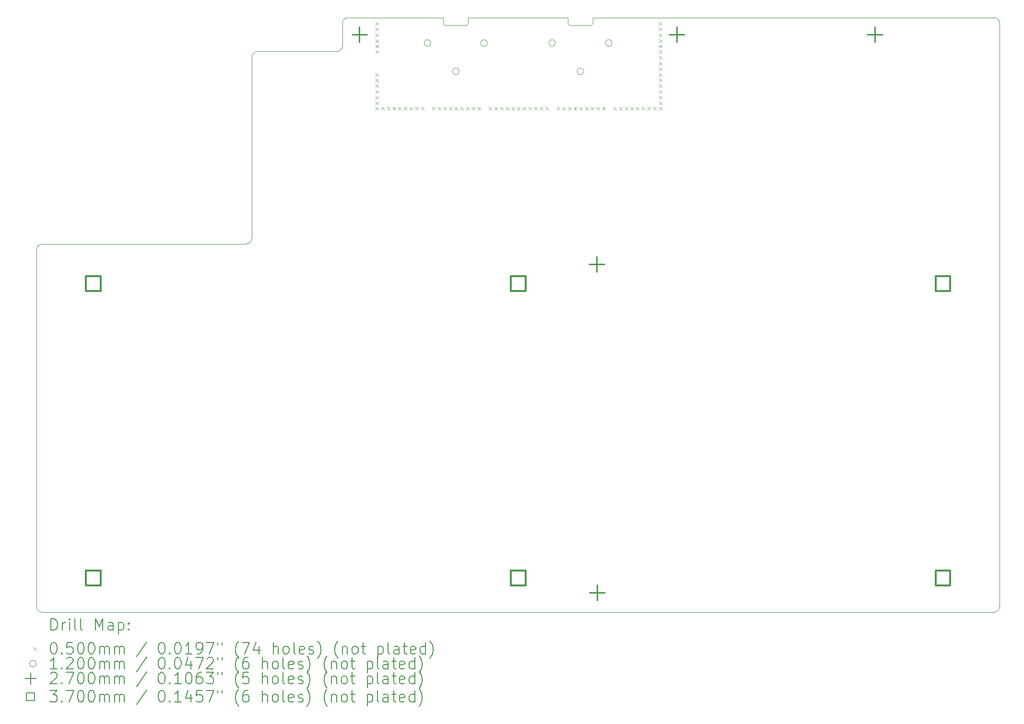
<source format=gbr>
%TF.GenerationSoftware,KiCad,Pcbnew,7.0.7-7.0.7~ubuntu23.04.1*%
%TF.CreationDate,2023-09-10T12:49:34+00:00*%
%TF.ProjectId,pedalboard-hw,70656461-6c62-46f6-9172-642d68772e6b,2.1.0*%
%TF.SameCoordinates,Original*%
%TF.FileFunction,Drillmap*%
%TF.FilePolarity,Positive*%
%FSLAX45Y45*%
G04 Gerber Fmt 4.5, Leading zero omitted, Abs format (unit mm)*
G04 Created by KiCad (PCBNEW 7.0.7-7.0.7~ubuntu23.04.1) date 2023-09-10 12:49:34*
%MOMM*%
%LPD*%
G01*
G04 APERTURE LIST*
%ADD10C,0.100000*%
%ADD11C,0.200000*%
%ADD12C,0.050000*%
%ADD13C,0.120000*%
%ADD14C,0.270000*%
%ADD15C,0.370000*%
G04 APERTURE END LIST*
D10*
X11820000Y-2000000D02*
X18900000Y-2000000D01*
X2000000Y-12400000D02*
X2000000Y-6100000D01*
X2100000Y-12500000D02*
X18900000Y-12500000D01*
X7400000Y-2100000D02*
X7400000Y-2500000D01*
X7500000Y-2000000D02*
G75*
G03*
X7400000Y-2100000I0J-100000D01*
G01*
X11380000Y-2100000D02*
G75*
G03*
X11420000Y-2140000I40000J0D01*
G01*
X2000000Y-12400000D02*
G75*
G03*
X2100000Y-12500000I100000J0D01*
G01*
X9180000Y-2100000D02*
G75*
G03*
X9220000Y-2140000I40000J0D01*
G01*
X11420000Y-2140000D02*
X11780000Y-2140000D01*
X5800000Y-5900000D02*
X5800000Y-2700000D01*
X2100000Y-6000000D02*
X5700000Y-6000000D01*
X5900000Y-2600000D02*
G75*
G03*
X5800000Y-2700000I0J-100000D01*
G01*
X19000000Y-2100000D02*
X19000000Y-12400000D01*
X11380000Y-2000000D02*
X11380000Y-2100000D01*
X9620000Y-2100000D02*
X9620000Y-2000000D01*
X9620000Y-2000000D02*
X11380000Y-2000000D01*
X19000000Y-2100000D02*
G75*
G03*
X18900000Y-2000000I-100000J0D01*
G01*
X9580000Y-2140000D02*
G75*
G03*
X9620000Y-2100000I0J40000D01*
G01*
X7300000Y-2600000D02*
X5900000Y-2600000D01*
X9180000Y-2000000D02*
X9180000Y-2100000D01*
X2100000Y-6000000D02*
G75*
G03*
X2000000Y-6100000I0J-100000D01*
G01*
X7300000Y-2600000D02*
G75*
G03*
X7400000Y-2500000I0J100000D01*
G01*
X9220000Y-2140000D02*
X9580000Y-2140000D01*
X5700000Y-6000000D02*
G75*
G03*
X5800000Y-5900000I0J100000D01*
G01*
X9180000Y-2000000D02*
X7500000Y-2000000D01*
X18900000Y-12500000D02*
G75*
G03*
X19000000Y-12400000I0J100000D01*
G01*
X11780000Y-2140000D02*
G75*
G03*
X11820000Y-2100000I0J40000D01*
G01*
X11820000Y-2100000D02*
X11820000Y-2000000D01*
D11*
D12*
X7985000Y-2082500D02*
X8035000Y-2132500D01*
X8035000Y-2082500D02*
X7985000Y-2132500D01*
X7985000Y-2182500D02*
X8035000Y-2232500D01*
X8035000Y-2182500D02*
X7985000Y-2232500D01*
X7985000Y-2282500D02*
X8035000Y-2332500D01*
X8035000Y-2282500D02*
X7985000Y-2332500D01*
X7985000Y-2382500D02*
X8035000Y-2432500D01*
X8035000Y-2382500D02*
X7985000Y-2432500D01*
X7985000Y-2482500D02*
X8035000Y-2532500D01*
X8035000Y-2482500D02*
X7985000Y-2532500D01*
X7985000Y-2582500D02*
X8035000Y-2632500D01*
X8035000Y-2582500D02*
X7985000Y-2632500D01*
X7985000Y-2982500D02*
X8035000Y-3032500D01*
X8035000Y-2982500D02*
X7985000Y-3032500D01*
X7985000Y-3082500D02*
X8035000Y-3132500D01*
X8035000Y-3082500D02*
X7985000Y-3132500D01*
X7985000Y-3182500D02*
X8035000Y-3232500D01*
X8035000Y-3182500D02*
X7985000Y-3232500D01*
X7985000Y-3282500D02*
X8035000Y-3332500D01*
X8035000Y-3282500D02*
X7985000Y-3332500D01*
X7985000Y-3382500D02*
X8035000Y-3432500D01*
X8035000Y-3382500D02*
X7985000Y-3432500D01*
X7985000Y-3482500D02*
X8035000Y-3532500D01*
X8035000Y-3482500D02*
X7985000Y-3532500D01*
X7985000Y-3582500D02*
X8035000Y-3632500D01*
X8035000Y-3582500D02*
X7985000Y-3632500D01*
X8085000Y-3582500D02*
X8135000Y-3632500D01*
X8135000Y-3582500D02*
X8085000Y-3632500D01*
X8185000Y-3582500D02*
X8235000Y-3632500D01*
X8235000Y-3582500D02*
X8185000Y-3632500D01*
X8285000Y-3582500D02*
X8335000Y-3632500D01*
X8335000Y-3582500D02*
X8285000Y-3632500D01*
X8385000Y-3582500D02*
X8435000Y-3632500D01*
X8435000Y-3582500D02*
X8385000Y-3632500D01*
X8485000Y-3582500D02*
X8535000Y-3632500D01*
X8535000Y-3582500D02*
X8485000Y-3632500D01*
X8585000Y-3582500D02*
X8635000Y-3632500D01*
X8635000Y-3582500D02*
X8585000Y-3632500D01*
X8685000Y-3582500D02*
X8735000Y-3632500D01*
X8735000Y-3582500D02*
X8685000Y-3632500D01*
X8785000Y-3582500D02*
X8835000Y-3632500D01*
X8835000Y-3582500D02*
X8785000Y-3632500D01*
X8985000Y-3582500D02*
X9035000Y-3632500D01*
X9035000Y-3582500D02*
X8985000Y-3632500D01*
X9085000Y-3582500D02*
X9135000Y-3632500D01*
X9135000Y-3582500D02*
X9085000Y-3632500D01*
X9185000Y-3582500D02*
X9235000Y-3632500D01*
X9235000Y-3582500D02*
X9185000Y-3632500D01*
X9285000Y-3582500D02*
X9335000Y-3632500D01*
X9335000Y-3582500D02*
X9285000Y-3632500D01*
X9385000Y-3582500D02*
X9435000Y-3632500D01*
X9435000Y-3582500D02*
X9385000Y-3632500D01*
X9485000Y-3582500D02*
X9535000Y-3632500D01*
X9535000Y-3582500D02*
X9485000Y-3632500D01*
X9585000Y-3582500D02*
X9635000Y-3632500D01*
X9635000Y-3582500D02*
X9585000Y-3632500D01*
X9685000Y-3582500D02*
X9735000Y-3632500D01*
X9735000Y-3582500D02*
X9685000Y-3632500D01*
X9785000Y-3582500D02*
X9835000Y-3632500D01*
X9835000Y-3582500D02*
X9785000Y-3632500D01*
X9985000Y-3582500D02*
X10035000Y-3632500D01*
X10035000Y-3582500D02*
X9985000Y-3632500D01*
X10085000Y-3582500D02*
X10135000Y-3632500D01*
X10135000Y-3582500D02*
X10085000Y-3632500D01*
X10185000Y-3582500D02*
X10235000Y-3632500D01*
X10235000Y-3582500D02*
X10185000Y-3632500D01*
X10285000Y-3582500D02*
X10335000Y-3632500D01*
X10335000Y-3582500D02*
X10285000Y-3632500D01*
X10385000Y-3582500D02*
X10435000Y-3632500D01*
X10435000Y-3582500D02*
X10385000Y-3632500D01*
X10485000Y-3582500D02*
X10535000Y-3632500D01*
X10535000Y-3582500D02*
X10485000Y-3632500D01*
X10585000Y-3582500D02*
X10635000Y-3632500D01*
X10635000Y-3582500D02*
X10585000Y-3632500D01*
X10685000Y-3582500D02*
X10735000Y-3632500D01*
X10735000Y-3582500D02*
X10685000Y-3632500D01*
X10785000Y-3582500D02*
X10835000Y-3632500D01*
X10835000Y-3582500D02*
X10785000Y-3632500D01*
X10885000Y-3582500D02*
X10935000Y-3632500D01*
X10935000Y-3582500D02*
X10885000Y-3632500D01*
X10985000Y-3582500D02*
X11035000Y-3632500D01*
X11035000Y-3582500D02*
X10985000Y-3632500D01*
X11185000Y-3582500D02*
X11235000Y-3632500D01*
X11235000Y-3582500D02*
X11185000Y-3632500D01*
X11285000Y-3582500D02*
X11335000Y-3632500D01*
X11335000Y-3582500D02*
X11285000Y-3632500D01*
X11385000Y-3582500D02*
X11435000Y-3632500D01*
X11435000Y-3582500D02*
X11385000Y-3632500D01*
X11485000Y-3582500D02*
X11535000Y-3632500D01*
X11535000Y-3582500D02*
X11485000Y-3632500D01*
X11585000Y-3582500D02*
X11635000Y-3632500D01*
X11635000Y-3582500D02*
X11585000Y-3632500D01*
X11685000Y-3582500D02*
X11735000Y-3632500D01*
X11735000Y-3582500D02*
X11685000Y-3632500D01*
X11785000Y-3582500D02*
X11835000Y-3632500D01*
X11835000Y-3582500D02*
X11785000Y-3632500D01*
X11885000Y-3582500D02*
X11935000Y-3632500D01*
X11935000Y-3582500D02*
X11885000Y-3632500D01*
X11985000Y-3582500D02*
X12035000Y-3632500D01*
X12035000Y-3582500D02*
X11985000Y-3632500D01*
X12185000Y-3582500D02*
X12235000Y-3632500D01*
X12235000Y-3582500D02*
X12185000Y-3632500D01*
X12285000Y-3582500D02*
X12335000Y-3632500D01*
X12335000Y-3582500D02*
X12285000Y-3632500D01*
X12385000Y-3582500D02*
X12435000Y-3632500D01*
X12435000Y-3582500D02*
X12385000Y-3632500D01*
X12485000Y-3582500D02*
X12535000Y-3632500D01*
X12535000Y-3582500D02*
X12485000Y-3632500D01*
X12585000Y-3582500D02*
X12635000Y-3632500D01*
X12635000Y-3582500D02*
X12585000Y-3632500D01*
X12685000Y-3582500D02*
X12735000Y-3632500D01*
X12735000Y-3582500D02*
X12685000Y-3632500D01*
X12785000Y-3582500D02*
X12835000Y-3632500D01*
X12835000Y-3582500D02*
X12785000Y-3632500D01*
X12885000Y-3582500D02*
X12935000Y-3632500D01*
X12935000Y-3582500D02*
X12885000Y-3632500D01*
X12985000Y-2082500D02*
X13035000Y-2132500D01*
X13035000Y-2082500D02*
X12985000Y-2132500D01*
X12985000Y-2182500D02*
X13035000Y-2232500D01*
X13035000Y-2182500D02*
X12985000Y-2232500D01*
X12985000Y-2282500D02*
X13035000Y-2332500D01*
X13035000Y-2282500D02*
X12985000Y-2332500D01*
X12985000Y-2382500D02*
X13035000Y-2432500D01*
X13035000Y-2382500D02*
X12985000Y-2432500D01*
X12985000Y-2482500D02*
X13035000Y-2532500D01*
X13035000Y-2482500D02*
X12985000Y-2532500D01*
X12985000Y-2582500D02*
X13035000Y-2632500D01*
X13035000Y-2582500D02*
X12985000Y-2632500D01*
X12985000Y-2682500D02*
X13035000Y-2732500D01*
X13035000Y-2682500D02*
X12985000Y-2732500D01*
X12985000Y-2782500D02*
X13035000Y-2832500D01*
X13035000Y-2782500D02*
X12985000Y-2832500D01*
X12985000Y-2882500D02*
X13035000Y-2932500D01*
X13035000Y-2882500D02*
X12985000Y-2932500D01*
X12985000Y-2982500D02*
X13035000Y-3032500D01*
X13035000Y-2982500D02*
X12985000Y-3032500D01*
X12985000Y-3082500D02*
X13035000Y-3132500D01*
X13035000Y-3082500D02*
X12985000Y-3132500D01*
X12985000Y-3182500D02*
X13035000Y-3232500D01*
X13035000Y-3182500D02*
X12985000Y-3232500D01*
X12985000Y-3282500D02*
X13035000Y-3332500D01*
X13035000Y-3282500D02*
X12985000Y-3332500D01*
X12985000Y-3382500D02*
X13035000Y-3432500D01*
X13035000Y-3382500D02*
X12985000Y-3432500D01*
X12985000Y-3482500D02*
X13035000Y-3532500D01*
X13035000Y-3482500D02*
X12985000Y-3532500D01*
X12985000Y-3582500D02*
X13035000Y-3632500D01*
X13035000Y-3582500D02*
X12985000Y-3632500D01*
D13*
X8960000Y-2450000D02*
G75*
G03*
X8960000Y-2450000I-60000J0D01*
G01*
X9460000Y-2950000D02*
G75*
G03*
X9460000Y-2950000I-60000J0D01*
G01*
X9960000Y-2450000D02*
G75*
G03*
X9960000Y-2450000I-60000J0D01*
G01*
X11160000Y-2450000D02*
G75*
G03*
X11160000Y-2450000I-60000J0D01*
G01*
X11660000Y-2950000D02*
G75*
G03*
X11660000Y-2950000I-60000J0D01*
G01*
X12160000Y-2450000D02*
G75*
G03*
X12160000Y-2450000I-60000J0D01*
G01*
D14*
X7700000Y-2165000D02*
X7700000Y-2435000D01*
X7565000Y-2300000D02*
X7835000Y-2300000D01*
X11890000Y-6221560D02*
X11890000Y-6491560D01*
X11755000Y-6356560D02*
X12025000Y-6356560D01*
X11898000Y-12017000D02*
X11898000Y-12287000D01*
X11763000Y-12152000D02*
X12033000Y-12152000D01*
X13300000Y-2165000D02*
X13300000Y-2435000D01*
X13165000Y-2300000D02*
X13435000Y-2300000D01*
X16800000Y-2165000D02*
X16800000Y-2435000D01*
X16665000Y-2300000D02*
X16935000Y-2300000D01*
D15*
X3130816Y-6830816D02*
X3130816Y-6569184D01*
X2869184Y-6569184D01*
X2869184Y-6830816D01*
X3130816Y-6830816D01*
X3130816Y-12030816D02*
X3130816Y-11769184D01*
X2869184Y-11769184D01*
X2869184Y-12030816D01*
X3130816Y-12030816D01*
X10630816Y-6830816D02*
X10630816Y-6569184D01*
X10369184Y-6569184D01*
X10369184Y-6830816D01*
X10630816Y-6830816D01*
X10630816Y-12030816D02*
X10630816Y-11769184D01*
X10369184Y-11769184D01*
X10369184Y-12030816D01*
X10630816Y-12030816D01*
X18130816Y-6830816D02*
X18130816Y-6569184D01*
X17869184Y-6569184D01*
X17869184Y-6830816D01*
X18130816Y-6830816D01*
X18130816Y-12030816D02*
X18130816Y-11769184D01*
X17869184Y-11769184D01*
X17869184Y-12030816D01*
X18130816Y-12030816D01*
D11*
X2255777Y-12816484D02*
X2255777Y-12616484D01*
X2255777Y-12616484D02*
X2303396Y-12616484D01*
X2303396Y-12616484D02*
X2331967Y-12626008D01*
X2331967Y-12626008D02*
X2351015Y-12645055D01*
X2351015Y-12645055D02*
X2360539Y-12664103D01*
X2360539Y-12664103D02*
X2370063Y-12702198D01*
X2370063Y-12702198D02*
X2370063Y-12730769D01*
X2370063Y-12730769D02*
X2360539Y-12768865D01*
X2360539Y-12768865D02*
X2351015Y-12787912D01*
X2351015Y-12787912D02*
X2331967Y-12806960D01*
X2331967Y-12806960D02*
X2303396Y-12816484D01*
X2303396Y-12816484D02*
X2255777Y-12816484D01*
X2455777Y-12816484D02*
X2455777Y-12683150D01*
X2455777Y-12721246D02*
X2465301Y-12702198D01*
X2465301Y-12702198D02*
X2474824Y-12692674D01*
X2474824Y-12692674D02*
X2493872Y-12683150D01*
X2493872Y-12683150D02*
X2512920Y-12683150D01*
X2579586Y-12816484D02*
X2579586Y-12683150D01*
X2579586Y-12616484D02*
X2570063Y-12626008D01*
X2570063Y-12626008D02*
X2579586Y-12635531D01*
X2579586Y-12635531D02*
X2589110Y-12626008D01*
X2589110Y-12626008D02*
X2579586Y-12616484D01*
X2579586Y-12616484D02*
X2579586Y-12635531D01*
X2703396Y-12816484D02*
X2684348Y-12806960D01*
X2684348Y-12806960D02*
X2674824Y-12787912D01*
X2674824Y-12787912D02*
X2674824Y-12616484D01*
X2808158Y-12816484D02*
X2789110Y-12806960D01*
X2789110Y-12806960D02*
X2779586Y-12787912D01*
X2779586Y-12787912D02*
X2779586Y-12616484D01*
X3036729Y-12816484D02*
X3036729Y-12616484D01*
X3036729Y-12616484D02*
X3103396Y-12759341D01*
X3103396Y-12759341D02*
X3170062Y-12616484D01*
X3170062Y-12616484D02*
X3170062Y-12816484D01*
X3351015Y-12816484D02*
X3351015Y-12711722D01*
X3351015Y-12711722D02*
X3341491Y-12692674D01*
X3341491Y-12692674D02*
X3322443Y-12683150D01*
X3322443Y-12683150D02*
X3284348Y-12683150D01*
X3284348Y-12683150D02*
X3265301Y-12692674D01*
X3351015Y-12806960D02*
X3331967Y-12816484D01*
X3331967Y-12816484D02*
X3284348Y-12816484D01*
X3284348Y-12816484D02*
X3265301Y-12806960D01*
X3265301Y-12806960D02*
X3255777Y-12787912D01*
X3255777Y-12787912D02*
X3255777Y-12768865D01*
X3255777Y-12768865D02*
X3265301Y-12749817D01*
X3265301Y-12749817D02*
X3284348Y-12740293D01*
X3284348Y-12740293D02*
X3331967Y-12740293D01*
X3331967Y-12740293D02*
X3351015Y-12730769D01*
X3446253Y-12683150D02*
X3446253Y-12883150D01*
X3446253Y-12692674D02*
X3465301Y-12683150D01*
X3465301Y-12683150D02*
X3503396Y-12683150D01*
X3503396Y-12683150D02*
X3522443Y-12692674D01*
X3522443Y-12692674D02*
X3531967Y-12702198D01*
X3531967Y-12702198D02*
X3541491Y-12721246D01*
X3541491Y-12721246D02*
X3541491Y-12778388D01*
X3541491Y-12778388D02*
X3531967Y-12797436D01*
X3531967Y-12797436D02*
X3522443Y-12806960D01*
X3522443Y-12806960D02*
X3503396Y-12816484D01*
X3503396Y-12816484D02*
X3465301Y-12816484D01*
X3465301Y-12816484D02*
X3446253Y-12806960D01*
X3627205Y-12797436D02*
X3636729Y-12806960D01*
X3636729Y-12806960D02*
X3627205Y-12816484D01*
X3627205Y-12816484D02*
X3617682Y-12806960D01*
X3617682Y-12806960D02*
X3627205Y-12797436D01*
X3627205Y-12797436D02*
X3627205Y-12816484D01*
X3627205Y-12692674D02*
X3636729Y-12702198D01*
X3636729Y-12702198D02*
X3627205Y-12711722D01*
X3627205Y-12711722D02*
X3617682Y-12702198D01*
X3617682Y-12702198D02*
X3627205Y-12692674D01*
X3627205Y-12692674D02*
X3627205Y-12711722D01*
D12*
X1945000Y-13120000D02*
X1995000Y-13170000D01*
X1995000Y-13120000D02*
X1945000Y-13170000D01*
D11*
X2293872Y-13036484D02*
X2312920Y-13036484D01*
X2312920Y-13036484D02*
X2331967Y-13046008D01*
X2331967Y-13046008D02*
X2341491Y-13055531D01*
X2341491Y-13055531D02*
X2351015Y-13074579D01*
X2351015Y-13074579D02*
X2360539Y-13112674D01*
X2360539Y-13112674D02*
X2360539Y-13160293D01*
X2360539Y-13160293D02*
X2351015Y-13198388D01*
X2351015Y-13198388D02*
X2341491Y-13217436D01*
X2341491Y-13217436D02*
X2331967Y-13226960D01*
X2331967Y-13226960D02*
X2312920Y-13236484D01*
X2312920Y-13236484D02*
X2293872Y-13236484D01*
X2293872Y-13236484D02*
X2274824Y-13226960D01*
X2274824Y-13226960D02*
X2265301Y-13217436D01*
X2265301Y-13217436D02*
X2255777Y-13198388D01*
X2255777Y-13198388D02*
X2246253Y-13160293D01*
X2246253Y-13160293D02*
X2246253Y-13112674D01*
X2246253Y-13112674D02*
X2255777Y-13074579D01*
X2255777Y-13074579D02*
X2265301Y-13055531D01*
X2265301Y-13055531D02*
X2274824Y-13046008D01*
X2274824Y-13046008D02*
X2293872Y-13036484D01*
X2446253Y-13217436D02*
X2455777Y-13226960D01*
X2455777Y-13226960D02*
X2446253Y-13236484D01*
X2446253Y-13236484D02*
X2436729Y-13226960D01*
X2436729Y-13226960D02*
X2446253Y-13217436D01*
X2446253Y-13217436D02*
X2446253Y-13236484D01*
X2636729Y-13036484D02*
X2541491Y-13036484D01*
X2541491Y-13036484D02*
X2531967Y-13131722D01*
X2531967Y-13131722D02*
X2541491Y-13122198D01*
X2541491Y-13122198D02*
X2560539Y-13112674D01*
X2560539Y-13112674D02*
X2608158Y-13112674D01*
X2608158Y-13112674D02*
X2627205Y-13122198D01*
X2627205Y-13122198D02*
X2636729Y-13131722D01*
X2636729Y-13131722D02*
X2646253Y-13150769D01*
X2646253Y-13150769D02*
X2646253Y-13198388D01*
X2646253Y-13198388D02*
X2636729Y-13217436D01*
X2636729Y-13217436D02*
X2627205Y-13226960D01*
X2627205Y-13226960D02*
X2608158Y-13236484D01*
X2608158Y-13236484D02*
X2560539Y-13236484D01*
X2560539Y-13236484D02*
X2541491Y-13226960D01*
X2541491Y-13226960D02*
X2531967Y-13217436D01*
X2770063Y-13036484D02*
X2789110Y-13036484D01*
X2789110Y-13036484D02*
X2808158Y-13046008D01*
X2808158Y-13046008D02*
X2817682Y-13055531D01*
X2817682Y-13055531D02*
X2827205Y-13074579D01*
X2827205Y-13074579D02*
X2836729Y-13112674D01*
X2836729Y-13112674D02*
X2836729Y-13160293D01*
X2836729Y-13160293D02*
X2827205Y-13198388D01*
X2827205Y-13198388D02*
X2817682Y-13217436D01*
X2817682Y-13217436D02*
X2808158Y-13226960D01*
X2808158Y-13226960D02*
X2789110Y-13236484D01*
X2789110Y-13236484D02*
X2770063Y-13236484D01*
X2770063Y-13236484D02*
X2751015Y-13226960D01*
X2751015Y-13226960D02*
X2741491Y-13217436D01*
X2741491Y-13217436D02*
X2731967Y-13198388D01*
X2731967Y-13198388D02*
X2722444Y-13160293D01*
X2722444Y-13160293D02*
X2722444Y-13112674D01*
X2722444Y-13112674D02*
X2731967Y-13074579D01*
X2731967Y-13074579D02*
X2741491Y-13055531D01*
X2741491Y-13055531D02*
X2751015Y-13046008D01*
X2751015Y-13046008D02*
X2770063Y-13036484D01*
X2960539Y-13036484D02*
X2979586Y-13036484D01*
X2979586Y-13036484D02*
X2998634Y-13046008D01*
X2998634Y-13046008D02*
X3008158Y-13055531D01*
X3008158Y-13055531D02*
X3017682Y-13074579D01*
X3017682Y-13074579D02*
X3027205Y-13112674D01*
X3027205Y-13112674D02*
X3027205Y-13160293D01*
X3027205Y-13160293D02*
X3017682Y-13198388D01*
X3017682Y-13198388D02*
X3008158Y-13217436D01*
X3008158Y-13217436D02*
X2998634Y-13226960D01*
X2998634Y-13226960D02*
X2979586Y-13236484D01*
X2979586Y-13236484D02*
X2960539Y-13236484D01*
X2960539Y-13236484D02*
X2941491Y-13226960D01*
X2941491Y-13226960D02*
X2931967Y-13217436D01*
X2931967Y-13217436D02*
X2922443Y-13198388D01*
X2922443Y-13198388D02*
X2912920Y-13160293D01*
X2912920Y-13160293D02*
X2912920Y-13112674D01*
X2912920Y-13112674D02*
X2922443Y-13074579D01*
X2922443Y-13074579D02*
X2931967Y-13055531D01*
X2931967Y-13055531D02*
X2941491Y-13046008D01*
X2941491Y-13046008D02*
X2960539Y-13036484D01*
X3112920Y-13236484D02*
X3112920Y-13103150D01*
X3112920Y-13122198D02*
X3122443Y-13112674D01*
X3122443Y-13112674D02*
X3141491Y-13103150D01*
X3141491Y-13103150D02*
X3170063Y-13103150D01*
X3170063Y-13103150D02*
X3189110Y-13112674D01*
X3189110Y-13112674D02*
X3198634Y-13131722D01*
X3198634Y-13131722D02*
X3198634Y-13236484D01*
X3198634Y-13131722D02*
X3208158Y-13112674D01*
X3208158Y-13112674D02*
X3227205Y-13103150D01*
X3227205Y-13103150D02*
X3255777Y-13103150D01*
X3255777Y-13103150D02*
X3274824Y-13112674D01*
X3274824Y-13112674D02*
X3284348Y-13131722D01*
X3284348Y-13131722D02*
X3284348Y-13236484D01*
X3379586Y-13236484D02*
X3379586Y-13103150D01*
X3379586Y-13122198D02*
X3389110Y-13112674D01*
X3389110Y-13112674D02*
X3408158Y-13103150D01*
X3408158Y-13103150D02*
X3436729Y-13103150D01*
X3436729Y-13103150D02*
X3455777Y-13112674D01*
X3455777Y-13112674D02*
X3465301Y-13131722D01*
X3465301Y-13131722D02*
X3465301Y-13236484D01*
X3465301Y-13131722D02*
X3474824Y-13112674D01*
X3474824Y-13112674D02*
X3493872Y-13103150D01*
X3493872Y-13103150D02*
X3522443Y-13103150D01*
X3522443Y-13103150D02*
X3541491Y-13112674D01*
X3541491Y-13112674D02*
X3551015Y-13131722D01*
X3551015Y-13131722D02*
X3551015Y-13236484D01*
X3941491Y-13026960D02*
X3770063Y-13284103D01*
X4198634Y-13036484D02*
X4217682Y-13036484D01*
X4217682Y-13036484D02*
X4236729Y-13046008D01*
X4236729Y-13046008D02*
X4246253Y-13055531D01*
X4246253Y-13055531D02*
X4255777Y-13074579D01*
X4255777Y-13074579D02*
X4265301Y-13112674D01*
X4265301Y-13112674D02*
X4265301Y-13160293D01*
X4265301Y-13160293D02*
X4255777Y-13198388D01*
X4255777Y-13198388D02*
X4246253Y-13217436D01*
X4246253Y-13217436D02*
X4236729Y-13226960D01*
X4236729Y-13226960D02*
X4217682Y-13236484D01*
X4217682Y-13236484D02*
X4198634Y-13236484D01*
X4198634Y-13236484D02*
X4179586Y-13226960D01*
X4179586Y-13226960D02*
X4170063Y-13217436D01*
X4170063Y-13217436D02*
X4160539Y-13198388D01*
X4160539Y-13198388D02*
X4151015Y-13160293D01*
X4151015Y-13160293D02*
X4151015Y-13112674D01*
X4151015Y-13112674D02*
X4160539Y-13074579D01*
X4160539Y-13074579D02*
X4170063Y-13055531D01*
X4170063Y-13055531D02*
X4179586Y-13046008D01*
X4179586Y-13046008D02*
X4198634Y-13036484D01*
X4351015Y-13217436D02*
X4360539Y-13226960D01*
X4360539Y-13226960D02*
X4351015Y-13236484D01*
X4351015Y-13236484D02*
X4341491Y-13226960D01*
X4341491Y-13226960D02*
X4351015Y-13217436D01*
X4351015Y-13217436D02*
X4351015Y-13236484D01*
X4484348Y-13036484D02*
X4503396Y-13036484D01*
X4503396Y-13036484D02*
X4522444Y-13046008D01*
X4522444Y-13046008D02*
X4531968Y-13055531D01*
X4531968Y-13055531D02*
X4541491Y-13074579D01*
X4541491Y-13074579D02*
X4551015Y-13112674D01*
X4551015Y-13112674D02*
X4551015Y-13160293D01*
X4551015Y-13160293D02*
X4541491Y-13198388D01*
X4541491Y-13198388D02*
X4531968Y-13217436D01*
X4531968Y-13217436D02*
X4522444Y-13226960D01*
X4522444Y-13226960D02*
X4503396Y-13236484D01*
X4503396Y-13236484D02*
X4484348Y-13236484D01*
X4484348Y-13236484D02*
X4465301Y-13226960D01*
X4465301Y-13226960D02*
X4455777Y-13217436D01*
X4455777Y-13217436D02*
X4446253Y-13198388D01*
X4446253Y-13198388D02*
X4436729Y-13160293D01*
X4436729Y-13160293D02*
X4436729Y-13112674D01*
X4436729Y-13112674D02*
X4446253Y-13074579D01*
X4446253Y-13074579D02*
X4455777Y-13055531D01*
X4455777Y-13055531D02*
X4465301Y-13046008D01*
X4465301Y-13046008D02*
X4484348Y-13036484D01*
X4741491Y-13236484D02*
X4627206Y-13236484D01*
X4684348Y-13236484D02*
X4684348Y-13036484D01*
X4684348Y-13036484D02*
X4665301Y-13065055D01*
X4665301Y-13065055D02*
X4646253Y-13084103D01*
X4646253Y-13084103D02*
X4627206Y-13093627D01*
X4836729Y-13236484D02*
X4874825Y-13236484D01*
X4874825Y-13236484D02*
X4893872Y-13226960D01*
X4893872Y-13226960D02*
X4903396Y-13217436D01*
X4903396Y-13217436D02*
X4922444Y-13188865D01*
X4922444Y-13188865D02*
X4931968Y-13150769D01*
X4931968Y-13150769D02*
X4931968Y-13074579D01*
X4931968Y-13074579D02*
X4922444Y-13055531D01*
X4922444Y-13055531D02*
X4912920Y-13046008D01*
X4912920Y-13046008D02*
X4893872Y-13036484D01*
X4893872Y-13036484D02*
X4855777Y-13036484D01*
X4855777Y-13036484D02*
X4836729Y-13046008D01*
X4836729Y-13046008D02*
X4827206Y-13055531D01*
X4827206Y-13055531D02*
X4817682Y-13074579D01*
X4817682Y-13074579D02*
X4817682Y-13122198D01*
X4817682Y-13122198D02*
X4827206Y-13141246D01*
X4827206Y-13141246D02*
X4836729Y-13150769D01*
X4836729Y-13150769D02*
X4855777Y-13160293D01*
X4855777Y-13160293D02*
X4893872Y-13160293D01*
X4893872Y-13160293D02*
X4912920Y-13150769D01*
X4912920Y-13150769D02*
X4922444Y-13141246D01*
X4922444Y-13141246D02*
X4931968Y-13122198D01*
X4998634Y-13036484D02*
X5131968Y-13036484D01*
X5131968Y-13036484D02*
X5046253Y-13236484D01*
X5198634Y-13036484D02*
X5198634Y-13074579D01*
X5274825Y-13036484D02*
X5274825Y-13074579D01*
X5570063Y-13312674D02*
X5560539Y-13303150D01*
X5560539Y-13303150D02*
X5541491Y-13274579D01*
X5541491Y-13274579D02*
X5531968Y-13255531D01*
X5531968Y-13255531D02*
X5522444Y-13226960D01*
X5522444Y-13226960D02*
X5512920Y-13179341D01*
X5512920Y-13179341D02*
X5512920Y-13141246D01*
X5512920Y-13141246D02*
X5522444Y-13093627D01*
X5522444Y-13093627D02*
X5531968Y-13065055D01*
X5531968Y-13065055D02*
X5541491Y-13046008D01*
X5541491Y-13046008D02*
X5560539Y-13017436D01*
X5560539Y-13017436D02*
X5570063Y-13007912D01*
X5627206Y-13036484D02*
X5760539Y-13036484D01*
X5760539Y-13036484D02*
X5674825Y-13236484D01*
X5922444Y-13103150D02*
X5922444Y-13236484D01*
X5874825Y-13026960D02*
X5827206Y-13169817D01*
X5827206Y-13169817D02*
X5951015Y-13169817D01*
X6179587Y-13236484D02*
X6179587Y-13036484D01*
X6265301Y-13236484D02*
X6265301Y-13131722D01*
X6265301Y-13131722D02*
X6255777Y-13112674D01*
X6255777Y-13112674D02*
X6236730Y-13103150D01*
X6236730Y-13103150D02*
X6208158Y-13103150D01*
X6208158Y-13103150D02*
X6189110Y-13112674D01*
X6189110Y-13112674D02*
X6179587Y-13122198D01*
X6389110Y-13236484D02*
X6370063Y-13226960D01*
X6370063Y-13226960D02*
X6360539Y-13217436D01*
X6360539Y-13217436D02*
X6351015Y-13198388D01*
X6351015Y-13198388D02*
X6351015Y-13141246D01*
X6351015Y-13141246D02*
X6360539Y-13122198D01*
X6360539Y-13122198D02*
X6370063Y-13112674D01*
X6370063Y-13112674D02*
X6389110Y-13103150D01*
X6389110Y-13103150D02*
X6417682Y-13103150D01*
X6417682Y-13103150D02*
X6436730Y-13112674D01*
X6436730Y-13112674D02*
X6446253Y-13122198D01*
X6446253Y-13122198D02*
X6455777Y-13141246D01*
X6455777Y-13141246D02*
X6455777Y-13198388D01*
X6455777Y-13198388D02*
X6446253Y-13217436D01*
X6446253Y-13217436D02*
X6436730Y-13226960D01*
X6436730Y-13226960D02*
X6417682Y-13236484D01*
X6417682Y-13236484D02*
X6389110Y-13236484D01*
X6570063Y-13236484D02*
X6551015Y-13226960D01*
X6551015Y-13226960D02*
X6541491Y-13207912D01*
X6541491Y-13207912D02*
X6541491Y-13036484D01*
X6722444Y-13226960D02*
X6703396Y-13236484D01*
X6703396Y-13236484D02*
X6665301Y-13236484D01*
X6665301Y-13236484D02*
X6646253Y-13226960D01*
X6646253Y-13226960D02*
X6636730Y-13207912D01*
X6636730Y-13207912D02*
X6636730Y-13131722D01*
X6636730Y-13131722D02*
X6646253Y-13112674D01*
X6646253Y-13112674D02*
X6665301Y-13103150D01*
X6665301Y-13103150D02*
X6703396Y-13103150D01*
X6703396Y-13103150D02*
X6722444Y-13112674D01*
X6722444Y-13112674D02*
X6731968Y-13131722D01*
X6731968Y-13131722D02*
X6731968Y-13150769D01*
X6731968Y-13150769D02*
X6636730Y-13169817D01*
X6808158Y-13226960D02*
X6827206Y-13236484D01*
X6827206Y-13236484D02*
X6865301Y-13236484D01*
X6865301Y-13236484D02*
X6884349Y-13226960D01*
X6884349Y-13226960D02*
X6893872Y-13207912D01*
X6893872Y-13207912D02*
X6893872Y-13198388D01*
X6893872Y-13198388D02*
X6884349Y-13179341D01*
X6884349Y-13179341D02*
X6865301Y-13169817D01*
X6865301Y-13169817D02*
X6836730Y-13169817D01*
X6836730Y-13169817D02*
X6817682Y-13160293D01*
X6817682Y-13160293D02*
X6808158Y-13141246D01*
X6808158Y-13141246D02*
X6808158Y-13131722D01*
X6808158Y-13131722D02*
X6817682Y-13112674D01*
X6817682Y-13112674D02*
X6836730Y-13103150D01*
X6836730Y-13103150D02*
X6865301Y-13103150D01*
X6865301Y-13103150D02*
X6884349Y-13112674D01*
X6960539Y-13312674D02*
X6970063Y-13303150D01*
X6970063Y-13303150D02*
X6989111Y-13274579D01*
X6989111Y-13274579D02*
X6998634Y-13255531D01*
X6998634Y-13255531D02*
X7008158Y-13226960D01*
X7008158Y-13226960D02*
X7017682Y-13179341D01*
X7017682Y-13179341D02*
X7017682Y-13141246D01*
X7017682Y-13141246D02*
X7008158Y-13093627D01*
X7008158Y-13093627D02*
X6998634Y-13065055D01*
X6998634Y-13065055D02*
X6989111Y-13046008D01*
X6989111Y-13046008D02*
X6970063Y-13017436D01*
X6970063Y-13017436D02*
X6960539Y-13007912D01*
X7322444Y-13312674D02*
X7312920Y-13303150D01*
X7312920Y-13303150D02*
X7293872Y-13274579D01*
X7293872Y-13274579D02*
X7284349Y-13255531D01*
X7284349Y-13255531D02*
X7274825Y-13226960D01*
X7274825Y-13226960D02*
X7265301Y-13179341D01*
X7265301Y-13179341D02*
X7265301Y-13141246D01*
X7265301Y-13141246D02*
X7274825Y-13093627D01*
X7274825Y-13093627D02*
X7284349Y-13065055D01*
X7284349Y-13065055D02*
X7293872Y-13046008D01*
X7293872Y-13046008D02*
X7312920Y-13017436D01*
X7312920Y-13017436D02*
X7322444Y-13007912D01*
X7398634Y-13103150D02*
X7398634Y-13236484D01*
X7398634Y-13122198D02*
X7408158Y-13112674D01*
X7408158Y-13112674D02*
X7427206Y-13103150D01*
X7427206Y-13103150D02*
X7455777Y-13103150D01*
X7455777Y-13103150D02*
X7474825Y-13112674D01*
X7474825Y-13112674D02*
X7484349Y-13131722D01*
X7484349Y-13131722D02*
X7484349Y-13236484D01*
X7608158Y-13236484D02*
X7589111Y-13226960D01*
X7589111Y-13226960D02*
X7579587Y-13217436D01*
X7579587Y-13217436D02*
X7570063Y-13198388D01*
X7570063Y-13198388D02*
X7570063Y-13141246D01*
X7570063Y-13141246D02*
X7579587Y-13122198D01*
X7579587Y-13122198D02*
X7589111Y-13112674D01*
X7589111Y-13112674D02*
X7608158Y-13103150D01*
X7608158Y-13103150D02*
X7636730Y-13103150D01*
X7636730Y-13103150D02*
X7655777Y-13112674D01*
X7655777Y-13112674D02*
X7665301Y-13122198D01*
X7665301Y-13122198D02*
X7674825Y-13141246D01*
X7674825Y-13141246D02*
X7674825Y-13198388D01*
X7674825Y-13198388D02*
X7665301Y-13217436D01*
X7665301Y-13217436D02*
X7655777Y-13226960D01*
X7655777Y-13226960D02*
X7636730Y-13236484D01*
X7636730Y-13236484D02*
X7608158Y-13236484D01*
X7731968Y-13103150D02*
X7808158Y-13103150D01*
X7760539Y-13036484D02*
X7760539Y-13207912D01*
X7760539Y-13207912D02*
X7770063Y-13226960D01*
X7770063Y-13226960D02*
X7789111Y-13236484D01*
X7789111Y-13236484D02*
X7808158Y-13236484D01*
X8027206Y-13103150D02*
X8027206Y-13303150D01*
X8027206Y-13112674D02*
X8046253Y-13103150D01*
X8046253Y-13103150D02*
X8084349Y-13103150D01*
X8084349Y-13103150D02*
X8103396Y-13112674D01*
X8103396Y-13112674D02*
X8112920Y-13122198D01*
X8112920Y-13122198D02*
X8122444Y-13141246D01*
X8122444Y-13141246D02*
X8122444Y-13198388D01*
X8122444Y-13198388D02*
X8112920Y-13217436D01*
X8112920Y-13217436D02*
X8103396Y-13226960D01*
X8103396Y-13226960D02*
X8084349Y-13236484D01*
X8084349Y-13236484D02*
X8046253Y-13236484D01*
X8046253Y-13236484D02*
X8027206Y-13226960D01*
X8236730Y-13236484D02*
X8217682Y-13226960D01*
X8217682Y-13226960D02*
X8208158Y-13207912D01*
X8208158Y-13207912D02*
X8208158Y-13036484D01*
X8398635Y-13236484D02*
X8398635Y-13131722D01*
X8398635Y-13131722D02*
X8389111Y-13112674D01*
X8389111Y-13112674D02*
X8370063Y-13103150D01*
X8370063Y-13103150D02*
X8331968Y-13103150D01*
X8331968Y-13103150D02*
X8312920Y-13112674D01*
X8398635Y-13226960D02*
X8379587Y-13236484D01*
X8379587Y-13236484D02*
X8331968Y-13236484D01*
X8331968Y-13236484D02*
X8312920Y-13226960D01*
X8312920Y-13226960D02*
X8303396Y-13207912D01*
X8303396Y-13207912D02*
X8303396Y-13188865D01*
X8303396Y-13188865D02*
X8312920Y-13169817D01*
X8312920Y-13169817D02*
X8331968Y-13160293D01*
X8331968Y-13160293D02*
X8379587Y-13160293D01*
X8379587Y-13160293D02*
X8398635Y-13150769D01*
X8465301Y-13103150D02*
X8541492Y-13103150D01*
X8493873Y-13036484D02*
X8493873Y-13207912D01*
X8493873Y-13207912D02*
X8503396Y-13226960D01*
X8503396Y-13226960D02*
X8522444Y-13236484D01*
X8522444Y-13236484D02*
X8541492Y-13236484D01*
X8684349Y-13226960D02*
X8665301Y-13236484D01*
X8665301Y-13236484D02*
X8627206Y-13236484D01*
X8627206Y-13236484D02*
X8608158Y-13226960D01*
X8608158Y-13226960D02*
X8598635Y-13207912D01*
X8598635Y-13207912D02*
X8598635Y-13131722D01*
X8598635Y-13131722D02*
X8608158Y-13112674D01*
X8608158Y-13112674D02*
X8627206Y-13103150D01*
X8627206Y-13103150D02*
X8665301Y-13103150D01*
X8665301Y-13103150D02*
X8684349Y-13112674D01*
X8684349Y-13112674D02*
X8693873Y-13131722D01*
X8693873Y-13131722D02*
X8693873Y-13150769D01*
X8693873Y-13150769D02*
X8598635Y-13169817D01*
X8865301Y-13236484D02*
X8865301Y-13036484D01*
X8865301Y-13226960D02*
X8846254Y-13236484D01*
X8846254Y-13236484D02*
X8808158Y-13236484D01*
X8808158Y-13236484D02*
X8789111Y-13226960D01*
X8789111Y-13226960D02*
X8779587Y-13217436D01*
X8779587Y-13217436D02*
X8770063Y-13198388D01*
X8770063Y-13198388D02*
X8770063Y-13141246D01*
X8770063Y-13141246D02*
X8779587Y-13122198D01*
X8779587Y-13122198D02*
X8789111Y-13112674D01*
X8789111Y-13112674D02*
X8808158Y-13103150D01*
X8808158Y-13103150D02*
X8846254Y-13103150D01*
X8846254Y-13103150D02*
X8865301Y-13112674D01*
X8941492Y-13312674D02*
X8951016Y-13303150D01*
X8951016Y-13303150D02*
X8970063Y-13274579D01*
X8970063Y-13274579D02*
X8979587Y-13255531D01*
X8979587Y-13255531D02*
X8989111Y-13226960D01*
X8989111Y-13226960D02*
X8998635Y-13179341D01*
X8998635Y-13179341D02*
X8998635Y-13141246D01*
X8998635Y-13141246D02*
X8989111Y-13093627D01*
X8989111Y-13093627D02*
X8979587Y-13065055D01*
X8979587Y-13065055D02*
X8970063Y-13046008D01*
X8970063Y-13046008D02*
X8951016Y-13017436D01*
X8951016Y-13017436D02*
X8941492Y-13007912D01*
D13*
X1995000Y-13409000D02*
G75*
G03*
X1995000Y-13409000I-60000J0D01*
G01*
D11*
X2360539Y-13500484D02*
X2246253Y-13500484D01*
X2303396Y-13500484D02*
X2303396Y-13300484D01*
X2303396Y-13300484D02*
X2284348Y-13329055D01*
X2284348Y-13329055D02*
X2265301Y-13348103D01*
X2265301Y-13348103D02*
X2246253Y-13357627D01*
X2446253Y-13481436D02*
X2455777Y-13490960D01*
X2455777Y-13490960D02*
X2446253Y-13500484D01*
X2446253Y-13500484D02*
X2436729Y-13490960D01*
X2436729Y-13490960D02*
X2446253Y-13481436D01*
X2446253Y-13481436D02*
X2446253Y-13500484D01*
X2531967Y-13319531D02*
X2541491Y-13310008D01*
X2541491Y-13310008D02*
X2560539Y-13300484D01*
X2560539Y-13300484D02*
X2608158Y-13300484D01*
X2608158Y-13300484D02*
X2627205Y-13310008D01*
X2627205Y-13310008D02*
X2636729Y-13319531D01*
X2636729Y-13319531D02*
X2646253Y-13338579D01*
X2646253Y-13338579D02*
X2646253Y-13357627D01*
X2646253Y-13357627D02*
X2636729Y-13386198D01*
X2636729Y-13386198D02*
X2522444Y-13500484D01*
X2522444Y-13500484D02*
X2646253Y-13500484D01*
X2770063Y-13300484D02*
X2789110Y-13300484D01*
X2789110Y-13300484D02*
X2808158Y-13310008D01*
X2808158Y-13310008D02*
X2817682Y-13319531D01*
X2817682Y-13319531D02*
X2827205Y-13338579D01*
X2827205Y-13338579D02*
X2836729Y-13376674D01*
X2836729Y-13376674D02*
X2836729Y-13424293D01*
X2836729Y-13424293D02*
X2827205Y-13462388D01*
X2827205Y-13462388D02*
X2817682Y-13481436D01*
X2817682Y-13481436D02*
X2808158Y-13490960D01*
X2808158Y-13490960D02*
X2789110Y-13500484D01*
X2789110Y-13500484D02*
X2770063Y-13500484D01*
X2770063Y-13500484D02*
X2751015Y-13490960D01*
X2751015Y-13490960D02*
X2741491Y-13481436D01*
X2741491Y-13481436D02*
X2731967Y-13462388D01*
X2731967Y-13462388D02*
X2722444Y-13424293D01*
X2722444Y-13424293D02*
X2722444Y-13376674D01*
X2722444Y-13376674D02*
X2731967Y-13338579D01*
X2731967Y-13338579D02*
X2741491Y-13319531D01*
X2741491Y-13319531D02*
X2751015Y-13310008D01*
X2751015Y-13310008D02*
X2770063Y-13300484D01*
X2960539Y-13300484D02*
X2979586Y-13300484D01*
X2979586Y-13300484D02*
X2998634Y-13310008D01*
X2998634Y-13310008D02*
X3008158Y-13319531D01*
X3008158Y-13319531D02*
X3017682Y-13338579D01*
X3017682Y-13338579D02*
X3027205Y-13376674D01*
X3027205Y-13376674D02*
X3027205Y-13424293D01*
X3027205Y-13424293D02*
X3017682Y-13462388D01*
X3017682Y-13462388D02*
X3008158Y-13481436D01*
X3008158Y-13481436D02*
X2998634Y-13490960D01*
X2998634Y-13490960D02*
X2979586Y-13500484D01*
X2979586Y-13500484D02*
X2960539Y-13500484D01*
X2960539Y-13500484D02*
X2941491Y-13490960D01*
X2941491Y-13490960D02*
X2931967Y-13481436D01*
X2931967Y-13481436D02*
X2922443Y-13462388D01*
X2922443Y-13462388D02*
X2912920Y-13424293D01*
X2912920Y-13424293D02*
X2912920Y-13376674D01*
X2912920Y-13376674D02*
X2922443Y-13338579D01*
X2922443Y-13338579D02*
X2931967Y-13319531D01*
X2931967Y-13319531D02*
X2941491Y-13310008D01*
X2941491Y-13310008D02*
X2960539Y-13300484D01*
X3112920Y-13500484D02*
X3112920Y-13367150D01*
X3112920Y-13386198D02*
X3122443Y-13376674D01*
X3122443Y-13376674D02*
X3141491Y-13367150D01*
X3141491Y-13367150D02*
X3170063Y-13367150D01*
X3170063Y-13367150D02*
X3189110Y-13376674D01*
X3189110Y-13376674D02*
X3198634Y-13395722D01*
X3198634Y-13395722D02*
X3198634Y-13500484D01*
X3198634Y-13395722D02*
X3208158Y-13376674D01*
X3208158Y-13376674D02*
X3227205Y-13367150D01*
X3227205Y-13367150D02*
X3255777Y-13367150D01*
X3255777Y-13367150D02*
X3274824Y-13376674D01*
X3274824Y-13376674D02*
X3284348Y-13395722D01*
X3284348Y-13395722D02*
X3284348Y-13500484D01*
X3379586Y-13500484D02*
X3379586Y-13367150D01*
X3379586Y-13386198D02*
X3389110Y-13376674D01*
X3389110Y-13376674D02*
X3408158Y-13367150D01*
X3408158Y-13367150D02*
X3436729Y-13367150D01*
X3436729Y-13367150D02*
X3455777Y-13376674D01*
X3455777Y-13376674D02*
X3465301Y-13395722D01*
X3465301Y-13395722D02*
X3465301Y-13500484D01*
X3465301Y-13395722D02*
X3474824Y-13376674D01*
X3474824Y-13376674D02*
X3493872Y-13367150D01*
X3493872Y-13367150D02*
X3522443Y-13367150D01*
X3522443Y-13367150D02*
X3541491Y-13376674D01*
X3541491Y-13376674D02*
X3551015Y-13395722D01*
X3551015Y-13395722D02*
X3551015Y-13500484D01*
X3941491Y-13290960D02*
X3770063Y-13548103D01*
X4198634Y-13300484D02*
X4217682Y-13300484D01*
X4217682Y-13300484D02*
X4236729Y-13310008D01*
X4236729Y-13310008D02*
X4246253Y-13319531D01*
X4246253Y-13319531D02*
X4255777Y-13338579D01*
X4255777Y-13338579D02*
X4265301Y-13376674D01*
X4265301Y-13376674D02*
X4265301Y-13424293D01*
X4265301Y-13424293D02*
X4255777Y-13462388D01*
X4255777Y-13462388D02*
X4246253Y-13481436D01*
X4246253Y-13481436D02*
X4236729Y-13490960D01*
X4236729Y-13490960D02*
X4217682Y-13500484D01*
X4217682Y-13500484D02*
X4198634Y-13500484D01*
X4198634Y-13500484D02*
X4179586Y-13490960D01*
X4179586Y-13490960D02*
X4170063Y-13481436D01*
X4170063Y-13481436D02*
X4160539Y-13462388D01*
X4160539Y-13462388D02*
X4151015Y-13424293D01*
X4151015Y-13424293D02*
X4151015Y-13376674D01*
X4151015Y-13376674D02*
X4160539Y-13338579D01*
X4160539Y-13338579D02*
X4170063Y-13319531D01*
X4170063Y-13319531D02*
X4179586Y-13310008D01*
X4179586Y-13310008D02*
X4198634Y-13300484D01*
X4351015Y-13481436D02*
X4360539Y-13490960D01*
X4360539Y-13490960D02*
X4351015Y-13500484D01*
X4351015Y-13500484D02*
X4341491Y-13490960D01*
X4341491Y-13490960D02*
X4351015Y-13481436D01*
X4351015Y-13481436D02*
X4351015Y-13500484D01*
X4484348Y-13300484D02*
X4503396Y-13300484D01*
X4503396Y-13300484D02*
X4522444Y-13310008D01*
X4522444Y-13310008D02*
X4531968Y-13319531D01*
X4531968Y-13319531D02*
X4541491Y-13338579D01*
X4541491Y-13338579D02*
X4551015Y-13376674D01*
X4551015Y-13376674D02*
X4551015Y-13424293D01*
X4551015Y-13424293D02*
X4541491Y-13462388D01*
X4541491Y-13462388D02*
X4531968Y-13481436D01*
X4531968Y-13481436D02*
X4522444Y-13490960D01*
X4522444Y-13490960D02*
X4503396Y-13500484D01*
X4503396Y-13500484D02*
X4484348Y-13500484D01*
X4484348Y-13500484D02*
X4465301Y-13490960D01*
X4465301Y-13490960D02*
X4455777Y-13481436D01*
X4455777Y-13481436D02*
X4446253Y-13462388D01*
X4446253Y-13462388D02*
X4436729Y-13424293D01*
X4436729Y-13424293D02*
X4436729Y-13376674D01*
X4436729Y-13376674D02*
X4446253Y-13338579D01*
X4446253Y-13338579D02*
X4455777Y-13319531D01*
X4455777Y-13319531D02*
X4465301Y-13310008D01*
X4465301Y-13310008D02*
X4484348Y-13300484D01*
X4722444Y-13367150D02*
X4722444Y-13500484D01*
X4674825Y-13290960D02*
X4627206Y-13433817D01*
X4627206Y-13433817D02*
X4751015Y-13433817D01*
X4808158Y-13300484D02*
X4941491Y-13300484D01*
X4941491Y-13300484D02*
X4855777Y-13500484D01*
X5008158Y-13319531D02*
X5017682Y-13310008D01*
X5017682Y-13310008D02*
X5036729Y-13300484D01*
X5036729Y-13300484D02*
X5084349Y-13300484D01*
X5084349Y-13300484D02*
X5103396Y-13310008D01*
X5103396Y-13310008D02*
X5112920Y-13319531D01*
X5112920Y-13319531D02*
X5122444Y-13338579D01*
X5122444Y-13338579D02*
X5122444Y-13357627D01*
X5122444Y-13357627D02*
X5112920Y-13386198D01*
X5112920Y-13386198D02*
X4998634Y-13500484D01*
X4998634Y-13500484D02*
X5122444Y-13500484D01*
X5198634Y-13300484D02*
X5198634Y-13338579D01*
X5274825Y-13300484D02*
X5274825Y-13338579D01*
X5570063Y-13576674D02*
X5560539Y-13567150D01*
X5560539Y-13567150D02*
X5541491Y-13538579D01*
X5541491Y-13538579D02*
X5531968Y-13519531D01*
X5531968Y-13519531D02*
X5522444Y-13490960D01*
X5522444Y-13490960D02*
X5512920Y-13443341D01*
X5512920Y-13443341D02*
X5512920Y-13405246D01*
X5512920Y-13405246D02*
X5522444Y-13357627D01*
X5522444Y-13357627D02*
X5531968Y-13329055D01*
X5531968Y-13329055D02*
X5541491Y-13310008D01*
X5541491Y-13310008D02*
X5560539Y-13281436D01*
X5560539Y-13281436D02*
X5570063Y-13271912D01*
X5731968Y-13300484D02*
X5693872Y-13300484D01*
X5693872Y-13300484D02*
X5674825Y-13310008D01*
X5674825Y-13310008D02*
X5665301Y-13319531D01*
X5665301Y-13319531D02*
X5646253Y-13348103D01*
X5646253Y-13348103D02*
X5636729Y-13386198D01*
X5636729Y-13386198D02*
X5636729Y-13462388D01*
X5636729Y-13462388D02*
X5646253Y-13481436D01*
X5646253Y-13481436D02*
X5655777Y-13490960D01*
X5655777Y-13490960D02*
X5674825Y-13500484D01*
X5674825Y-13500484D02*
X5712920Y-13500484D01*
X5712920Y-13500484D02*
X5731968Y-13490960D01*
X5731968Y-13490960D02*
X5741491Y-13481436D01*
X5741491Y-13481436D02*
X5751015Y-13462388D01*
X5751015Y-13462388D02*
X5751015Y-13414769D01*
X5751015Y-13414769D02*
X5741491Y-13395722D01*
X5741491Y-13395722D02*
X5731968Y-13386198D01*
X5731968Y-13386198D02*
X5712920Y-13376674D01*
X5712920Y-13376674D02*
X5674825Y-13376674D01*
X5674825Y-13376674D02*
X5655777Y-13386198D01*
X5655777Y-13386198D02*
X5646253Y-13395722D01*
X5646253Y-13395722D02*
X5636729Y-13414769D01*
X5989110Y-13500484D02*
X5989110Y-13300484D01*
X6074825Y-13500484D02*
X6074825Y-13395722D01*
X6074825Y-13395722D02*
X6065301Y-13376674D01*
X6065301Y-13376674D02*
X6046253Y-13367150D01*
X6046253Y-13367150D02*
X6017682Y-13367150D01*
X6017682Y-13367150D02*
X5998634Y-13376674D01*
X5998634Y-13376674D02*
X5989110Y-13386198D01*
X6198634Y-13500484D02*
X6179587Y-13490960D01*
X6179587Y-13490960D02*
X6170063Y-13481436D01*
X6170063Y-13481436D02*
X6160539Y-13462388D01*
X6160539Y-13462388D02*
X6160539Y-13405246D01*
X6160539Y-13405246D02*
X6170063Y-13386198D01*
X6170063Y-13386198D02*
X6179587Y-13376674D01*
X6179587Y-13376674D02*
X6198634Y-13367150D01*
X6198634Y-13367150D02*
X6227206Y-13367150D01*
X6227206Y-13367150D02*
X6246253Y-13376674D01*
X6246253Y-13376674D02*
X6255777Y-13386198D01*
X6255777Y-13386198D02*
X6265301Y-13405246D01*
X6265301Y-13405246D02*
X6265301Y-13462388D01*
X6265301Y-13462388D02*
X6255777Y-13481436D01*
X6255777Y-13481436D02*
X6246253Y-13490960D01*
X6246253Y-13490960D02*
X6227206Y-13500484D01*
X6227206Y-13500484D02*
X6198634Y-13500484D01*
X6379587Y-13500484D02*
X6360539Y-13490960D01*
X6360539Y-13490960D02*
X6351015Y-13471912D01*
X6351015Y-13471912D02*
X6351015Y-13300484D01*
X6531968Y-13490960D02*
X6512920Y-13500484D01*
X6512920Y-13500484D02*
X6474825Y-13500484D01*
X6474825Y-13500484D02*
X6455777Y-13490960D01*
X6455777Y-13490960D02*
X6446253Y-13471912D01*
X6446253Y-13471912D02*
X6446253Y-13395722D01*
X6446253Y-13395722D02*
X6455777Y-13376674D01*
X6455777Y-13376674D02*
X6474825Y-13367150D01*
X6474825Y-13367150D02*
X6512920Y-13367150D01*
X6512920Y-13367150D02*
X6531968Y-13376674D01*
X6531968Y-13376674D02*
X6541491Y-13395722D01*
X6541491Y-13395722D02*
X6541491Y-13414769D01*
X6541491Y-13414769D02*
X6446253Y-13433817D01*
X6617682Y-13490960D02*
X6636730Y-13500484D01*
X6636730Y-13500484D02*
X6674825Y-13500484D01*
X6674825Y-13500484D02*
X6693872Y-13490960D01*
X6693872Y-13490960D02*
X6703396Y-13471912D01*
X6703396Y-13471912D02*
X6703396Y-13462388D01*
X6703396Y-13462388D02*
X6693872Y-13443341D01*
X6693872Y-13443341D02*
X6674825Y-13433817D01*
X6674825Y-13433817D02*
X6646253Y-13433817D01*
X6646253Y-13433817D02*
X6627206Y-13424293D01*
X6627206Y-13424293D02*
X6617682Y-13405246D01*
X6617682Y-13405246D02*
X6617682Y-13395722D01*
X6617682Y-13395722D02*
X6627206Y-13376674D01*
X6627206Y-13376674D02*
X6646253Y-13367150D01*
X6646253Y-13367150D02*
X6674825Y-13367150D01*
X6674825Y-13367150D02*
X6693872Y-13376674D01*
X6770063Y-13576674D02*
X6779587Y-13567150D01*
X6779587Y-13567150D02*
X6798634Y-13538579D01*
X6798634Y-13538579D02*
X6808158Y-13519531D01*
X6808158Y-13519531D02*
X6817682Y-13490960D01*
X6817682Y-13490960D02*
X6827206Y-13443341D01*
X6827206Y-13443341D02*
X6827206Y-13405246D01*
X6827206Y-13405246D02*
X6817682Y-13357627D01*
X6817682Y-13357627D02*
X6808158Y-13329055D01*
X6808158Y-13329055D02*
X6798634Y-13310008D01*
X6798634Y-13310008D02*
X6779587Y-13281436D01*
X6779587Y-13281436D02*
X6770063Y-13271912D01*
X7131968Y-13576674D02*
X7122444Y-13567150D01*
X7122444Y-13567150D02*
X7103396Y-13538579D01*
X7103396Y-13538579D02*
X7093872Y-13519531D01*
X7093872Y-13519531D02*
X7084349Y-13490960D01*
X7084349Y-13490960D02*
X7074825Y-13443341D01*
X7074825Y-13443341D02*
X7074825Y-13405246D01*
X7074825Y-13405246D02*
X7084349Y-13357627D01*
X7084349Y-13357627D02*
X7093872Y-13329055D01*
X7093872Y-13329055D02*
X7103396Y-13310008D01*
X7103396Y-13310008D02*
X7122444Y-13281436D01*
X7122444Y-13281436D02*
X7131968Y-13271912D01*
X7208158Y-13367150D02*
X7208158Y-13500484D01*
X7208158Y-13386198D02*
X7217682Y-13376674D01*
X7217682Y-13376674D02*
X7236730Y-13367150D01*
X7236730Y-13367150D02*
X7265301Y-13367150D01*
X7265301Y-13367150D02*
X7284349Y-13376674D01*
X7284349Y-13376674D02*
X7293872Y-13395722D01*
X7293872Y-13395722D02*
X7293872Y-13500484D01*
X7417682Y-13500484D02*
X7398634Y-13490960D01*
X7398634Y-13490960D02*
X7389111Y-13481436D01*
X7389111Y-13481436D02*
X7379587Y-13462388D01*
X7379587Y-13462388D02*
X7379587Y-13405246D01*
X7379587Y-13405246D02*
X7389111Y-13386198D01*
X7389111Y-13386198D02*
X7398634Y-13376674D01*
X7398634Y-13376674D02*
X7417682Y-13367150D01*
X7417682Y-13367150D02*
X7446253Y-13367150D01*
X7446253Y-13367150D02*
X7465301Y-13376674D01*
X7465301Y-13376674D02*
X7474825Y-13386198D01*
X7474825Y-13386198D02*
X7484349Y-13405246D01*
X7484349Y-13405246D02*
X7484349Y-13462388D01*
X7484349Y-13462388D02*
X7474825Y-13481436D01*
X7474825Y-13481436D02*
X7465301Y-13490960D01*
X7465301Y-13490960D02*
X7446253Y-13500484D01*
X7446253Y-13500484D02*
X7417682Y-13500484D01*
X7541492Y-13367150D02*
X7617682Y-13367150D01*
X7570063Y-13300484D02*
X7570063Y-13471912D01*
X7570063Y-13471912D02*
X7579587Y-13490960D01*
X7579587Y-13490960D02*
X7598634Y-13500484D01*
X7598634Y-13500484D02*
X7617682Y-13500484D01*
X7836730Y-13367150D02*
X7836730Y-13567150D01*
X7836730Y-13376674D02*
X7855777Y-13367150D01*
X7855777Y-13367150D02*
X7893873Y-13367150D01*
X7893873Y-13367150D02*
X7912920Y-13376674D01*
X7912920Y-13376674D02*
X7922444Y-13386198D01*
X7922444Y-13386198D02*
X7931968Y-13405246D01*
X7931968Y-13405246D02*
X7931968Y-13462388D01*
X7931968Y-13462388D02*
X7922444Y-13481436D01*
X7922444Y-13481436D02*
X7912920Y-13490960D01*
X7912920Y-13490960D02*
X7893873Y-13500484D01*
X7893873Y-13500484D02*
X7855777Y-13500484D01*
X7855777Y-13500484D02*
X7836730Y-13490960D01*
X8046253Y-13500484D02*
X8027206Y-13490960D01*
X8027206Y-13490960D02*
X8017682Y-13471912D01*
X8017682Y-13471912D02*
X8017682Y-13300484D01*
X8208158Y-13500484D02*
X8208158Y-13395722D01*
X8208158Y-13395722D02*
X8198634Y-13376674D01*
X8198634Y-13376674D02*
X8179587Y-13367150D01*
X8179587Y-13367150D02*
X8141492Y-13367150D01*
X8141492Y-13367150D02*
X8122444Y-13376674D01*
X8208158Y-13490960D02*
X8189111Y-13500484D01*
X8189111Y-13500484D02*
X8141492Y-13500484D01*
X8141492Y-13500484D02*
X8122444Y-13490960D01*
X8122444Y-13490960D02*
X8112920Y-13471912D01*
X8112920Y-13471912D02*
X8112920Y-13452865D01*
X8112920Y-13452865D02*
X8122444Y-13433817D01*
X8122444Y-13433817D02*
X8141492Y-13424293D01*
X8141492Y-13424293D02*
X8189111Y-13424293D01*
X8189111Y-13424293D02*
X8208158Y-13414769D01*
X8274825Y-13367150D02*
X8351015Y-13367150D01*
X8303396Y-13300484D02*
X8303396Y-13471912D01*
X8303396Y-13471912D02*
X8312920Y-13490960D01*
X8312920Y-13490960D02*
X8331968Y-13500484D01*
X8331968Y-13500484D02*
X8351015Y-13500484D01*
X8493873Y-13490960D02*
X8474825Y-13500484D01*
X8474825Y-13500484D02*
X8436730Y-13500484D01*
X8436730Y-13500484D02*
X8417682Y-13490960D01*
X8417682Y-13490960D02*
X8408158Y-13471912D01*
X8408158Y-13471912D02*
X8408158Y-13395722D01*
X8408158Y-13395722D02*
X8417682Y-13376674D01*
X8417682Y-13376674D02*
X8436730Y-13367150D01*
X8436730Y-13367150D02*
X8474825Y-13367150D01*
X8474825Y-13367150D02*
X8493873Y-13376674D01*
X8493873Y-13376674D02*
X8503396Y-13395722D01*
X8503396Y-13395722D02*
X8503396Y-13414769D01*
X8503396Y-13414769D02*
X8408158Y-13433817D01*
X8674825Y-13500484D02*
X8674825Y-13300484D01*
X8674825Y-13490960D02*
X8655777Y-13500484D01*
X8655777Y-13500484D02*
X8617682Y-13500484D01*
X8617682Y-13500484D02*
X8598635Y-13490960D01*
X8598635Y-13490960D02*
X8589111Y-13481436D01*
X8589111Y-13481436D02*
X8579587Y-13462388D01*
X8579587Y-13462388D02*
X8579587Y-13405246D01*
X8579587Y-13405246D02*
X8589111Y-13386198D01*
X8589111Y-13386198D02*
X8598635Y-13376674D01*
X8598635Y-13376674D02*
X8617682Y-13367150D01*
X8617682Y-13367150D02*
X8655777Y-13367150D01*
X8655777Y-13367150D02*
X8674825Y-13376674D01*
X8751016Y-13576674D02*
X8760539Y-13567150D01*
X8760539Y-13567150D02*
X8779587Y-13538579D01*
X8779587Y-13538579D02*
X8789111Y-13519531D01*
X8789111Y-13519531D02*
X8798635Y-13490960D01*
X8798635Y-13490960D02*
X8808158Y-13443341D01*
X8808158Y-13443341D02*
X8808158Y-13405246D01*
X8808158Y-13405246D02*
X8798635Y-13357627D01*
X8798635Y-13357627D02*
X8789111Y-13329055D01*
X8789111Y-13329055D02*
X8779587Y-13310008D01*
X8779587Y-13310008D02*
X8760539Y-13281436D01*
X8760539Y-13281436D02*
X8751016Y-13271912D01*
X1895000Y-13573000D02*
X1895000Y-13773000D01*
X1795000Y-13673000D02*
X1995000Y-13673000D01*
X2246253Y-13583531D02*
X2255777Y-13574008D01*
X2255777Y-13574008D02*
X2274824Y-13564484D01*
X2274824Y-13564484D02*
X2322444Y-13564484D01*
X2322444Y-13564484D02*
X2341491Y-13574008D01*
X2341491Y-13574008D02*
X2351015Y-13583531D01*
X2351015Y-13583531D02*
X2360539Y-13602579D01*
X2360539Y-13602579D02*
X2360539Y-13621627D01*
X2360539Y-13621627D02*
X2351015Y-13650198D01*
X2351015Y-13650198D02*
X2236729Y-13764484D01*
X2236729Y-13764484D02*
X2360539Y-13764484D01*
X2446253Y-13745436D02*
X2455777Y-13754960D01*
X2455777Y-13754960D02*
X2446253Y-13764484D01*
X2446253Y-13764484D02*
X2436729Y-13754960D01*
X2436729Y-13754960D02*
X2446253Y-13745436D01*
X2446253Y-13745436D02*
X2446253Y-13764484D01*
X2522444Y-13564484D02*
X2655777Y-13564484D01*
X2655777Y-13564484D02*
X2570063Y-13764484D01*
X2770063Y-13564484D02*
X2789110Y-13564484D01*
X2789110Y-13564484D02*
X2808158Y-13574008D01*
X2808158Y-13574008D02*
X2817682Y-13583531D01*
X2817682Y-13583531D02*
X2827205Y-13602579D01*
X2827205Y-13602579D02*
X2836729Y-13640674D01*
X2836729Y-13640674D02*
X2836729Y-13688293D01*
X2836729Y-13688293D02*
X2827205Y-13726388D01*
X2827205Y-13726388D02*
X2817682Y-13745436D01*
X2817682Y-13745436D02*
X2808158Y-13754960D01*
X2808158Y-13754960D02*
X2789110Y-13764484D01*
X2789110Y-13764484D02*
X2770063Y-13764484D01*
X2770063Y-13764484D02*
X2751015Y-13754960D01*
X2751015Y-13754960D02*
X2741491Y-13745436D01*
X2741491Y-13745436D02*
X2731967Y-13726388D01*
X2731967Y-13726388D02*
X2722444Y-13688293D01*
X2722444Y-13688293D02*
X2722444Y-13640674D01*
X2722444Y-13640674D02*
X2731967Y-13602579D01*
X2731967Y-13602579D02*
X2741491Y-13583531D01*
X2741491Y-13583531D02*
X2751015Y-13574008D01*
X2751015Y-13574008D02*
X2770063Y-13564484D01*
X2960539Y-13564484D02*
X2979586Y-13564484D01*
X2979586Y-13564484D02*
X2998634Y-13574008D01*
X2998634Y-13574008D02*
X3008158Y-13583531D01*
X3008158Y-13583531D02*
X3017682Y-13602579D01*
X3017682Y-13602579D02*
X3027205Y-13640674D01*
X3027205Y-13640674D02*
X3027205Y-13688293D01*
X3027205Y-13688293D02*
X3017682Y-13726388D01*
X3017682Y-13726388D02*
X3008158Y-13745436D01*
X3008158Y-13745436D02*
X2998634Y-13754960D01*
X2998634Y-13754960D02*
X2979586Y-13764484D01*
X2979586Y-13764484D02*
X2960539Y-13764484D01*
X2960539Y-13764484D02*
X2941491Y-13754960D01*
X2941491Y-13754960D02*
X2931967Y-13745436D01*
X2931967Y-13745436D02*
X2922443Y-13726388D01*
X2922443Y-13726388D02*
X2912920Y-13688293D01*
X2912920Y-13688293D02*
X2912920Y-13640674D01*
X2912920Y-13640674D02*
X2922443Y-13602579D01*
X2922443Y-13602579D02*
X2931967Y-13583531D01*
X2931967Y-13583531D02*
X2941491Y-13574008D01*
X2941491Y-13574008D02*
X2960539Y-13564484D01*
X3112920Y-13764484D02*
X3112920Y-13631150D01*
X3112920Y-13650198D02*
X3122443Y-13640674D01*
X3122443Y-13640674D02*
X3141491Y-13631150D01*
X3141491Y-13631150D02*
X3170063Y-13631150D01*
X3170063Y-13631150D02*
X3189110Y-13640674D01*
X3189110Y-13640674D02*
X3198634Y-13659722D01*
X3198634Y-13659722D02*
X3198634Y-13764484D01*
X3198634Y-13659722D02*
X3208158Y-13640674D01*
X3208158Y-13640674D02*
X3227205Y-13631150D01*
X3227205Y-13631150D02*
X3255777Y-13631150D01*
X3255777Y-13631150D02*
X3274824Y-13640674D01*
X3274824Y-13640674D02*
X3284348Y-13659722D01*
X3284348Y-13659722D02*
X3284348Y-13764484D01*
X3379586Y-13764484D02*
X3379586Y-13631150D01*
X3379586Y-13650198D02*
X3389110Y-13640674D01*
X3389110Y-13640674D02*
X3408158Y-13631150D01*
X3408158Y-13631150D02*
X3436729Y-13631150D01*
X3436729Y-13631150D02*
X3455777Y-13640674D01*
X3455777Y-13640674D02*
X3465301Y-13659722D01*
X3465301Y-13659722D02*
X3465301Y-13764484D01*
X3465301Y-13659722D02*
X3474824Y-13640674D01*
X3474824Y-13640674D02*
X3493872Y-13631150D01*
X3493872Y-13631150D02*
X3522443Y-13631150D01*
X3522443Y-13631150D02*
X3541491Y-13640674D01*
X3541491Y-13640674D02*
X3551015Y-13659722D01*
X3551015Y-13659722D02*
X3551015Y-13764484D01*
X3941491Y-13554960D02*
X3770063Y-13812103D01*
X4198634Y-13564484D02*
X4217682Y-13564484D01*
X4217682Y-13564484D02*
X4236729Y-13574008D01*
X4236729Y-13574008D02*
X4246253Y-13583531D01*
X4246253Y-13583531D02*
X4255777Y-13602579D01*
X4255777Y-13602579D02*
X4265301Y-13640674D01*
X4265301Y-13640674D02*
X4265301Y-13688293D01*
X4265301Y-13688293D02*
X4255777Y-13726388D01*
X4255777Y-13726388D02*
X4246253Y-13745436D01*
X4246253Y-13745436D02*
X4236729Y-13754960D01*
X4236729Y-13754960D02*
X4217682Y-13764484D01*
X4217682Y-13764484D02*
X4198634Y-13764484D01*
X4198634Y-13764484D02*
X4179586Y-13754960D01*
X4179586Y-13754960D02*
X4170063Y-13745436D01*
X4170063Y-13745436D02*
X4160539Y-13726388D01*
X4160539Y-13726388D02*
X4151015Y-13688293D01*
X4151015Y-13688293D02*
X4151015Y-13640674D01*
X4151015Y-13640674D02*
X4160539Y-13602579D01*
X4160539Y-13602579D02*
X4170063Y-13583531D01*
X4170063Y-13583531D02*
X4179586Y-13574008D01*
X4179586Y-13574008D02*
X4198634Y-13564484D01*
X4351015Y-13745436D02*
X4360539Y-13754960D01*
X4360539Y-13754960D02*
X4351015Y-13764484D01*
X4351015Y-13764484D02*
X4341491Y-13754960D01*
X4341491Y-13754960D02*
X4351015Y-13745436D01*
X4351015Y-13745436D02*
X4351015Y-13764484D01*
X4551015Y-13764484D02*
X4436729Y-13764484D01*
X4493872Y-13764484D02*
X4493872Y-13564484D01*
X4493872Y-13564484D02*
X4474825Y-13593055D01*
X4474825Y-13593055D02*
X4455777Y-13612103D01*
X4455777Y-13612103D02*
X4436729Y-13621627D01*
X4674825Y-13564484D02*
X4693872Y-13564484D01*
X4693872Y-13564484D02*
X4712920Y-13574008D01*
X4712920Y-13574008D02*
X4722444Y-13583531D01*
X4722444Y-13583531D02*
X4731968Y-13602579D01*
X4731968Y-13602579D02*
X4741491Y-13640674D01*
X4741491Y-13640674D02*
X4741491Y-13688293D01*
X4741491Y-13688293D02*
X4731968Y-13726388D01*
X4731968Y-13726388D02*
X4722444Y-13745436D01*
X4722444Y-13745436D02*
X4712920Y-13754960D01*
X4712920Y-13754960D02*
X4693872Y-13764484D01*
X4693872Y-13764484D02*
X4674825Y-13764484D01*
X4674825Y-13764484D02*
X4655777Y-13754960D01*
X4655777Y-13754960D02*
X4646253Y-13745436D01*
X4646253Y-13745436D02*
X4636729Y-13726388D01*
X4636729Y-13726388D02*
X4627206Y-13688293D01*
X4627206Y-13688293D02*
X4627206Y-13640674D01*
X4627206Y-13640674D02*
X4636729Y-13602579D01*
X4636729Y-13602579D02*
X4646253Y-13583531D01*
X4646253Y-13583531D02*
X4655777Y-13574008D01*
X4655777Y-13574008D02*
X4674825Y-13564484D01*
X4912920Y-13564484D02*
X4874825Y-13564484D01*
X4874825Y-13564484D02*
X4855777Y-13574008D01*
X4855777Y-13574008D02*
X4846253Y-13583531D01*
X4846253Y-13583531D02*
X4827206Y-13612103D01*
X4827206Y-13612103D02*
X4817682Y-13650198D01*
X4817682Y-13650198D02*
X4817682Y-13726388D01*
X4817682Y-13726388D02*
X4827206Y-13745436D01*
X4827206Y-13745436D02*
X4836729Y-13754960D01*
X4836729Y-13754960D02*
X4855777Y-13764484D01*
X4855777Y-13764484D02*
X4893872Y-13764484D01*
X4893872Y-13764484D02*
X4912920Y-13754960D01*
X4912920Y-13754960D02*
X4922444Y-13745436D01*
X4922444Y-13745436D02*
X4931968Y-13726388D01*
X4931968Y-13726388D02*
X4931968Y-13678769D01*
X4931968Y-13678769D02*
X4922444Y-13659722D01*
X4922444Y-13659722D02*
X4912920Y-13650198D01*
X4912920Y-13650198D02*
X4893872Y-13640674D01*
X4893872Y-13640674D02*
X4855777Y-13640674D01*
X4855777Y-13640674D02*
X4836729Y-13650198D01*
X4836729Y-13650198D02*
X4827206Y-13659722D01*
X4827206Y-13659722D02*
X4817682Y-13678769D01*
X4998634Y-13564484D02*
X5122444Y-13564484D01*
X5122444Y-13564484D02*
X5055777Y-13640674D01*
X5055777Y-13640674D02*
X5084349Y-13640674D01*
X5084349Y-13640674D02*
X5103396Y-13650198D01*
X5103396Y-13650198D02*
X5112920Y-13659722D01*
X5112920Y-13659722D02*
X5122444Y-13678769D01*
X5122444Y-13678769D02*
X5122444Y-13726388D01*
X5122444Y-13726388D02*
X5112920Y-13745436D01*
X5112920Y-13745436D02*
X5103396Y-13754960D01*
X5103396Y-13754960D02*
X5084349Y-13764484D01*
X5084349Y-13764484D02*
X5027206Y-13764484D01*
X5027206Y-13764484D02*
X5008158Y-13754960D01*
X5008158Y-13754960D02*
X4998634Y-13745436D01*
X5198634Y-13564484D02*
X5198634Y-13602579D01*
X5274825Y-13564484D02*
X5274825Y-13602579D01*
X5570063Y-13840674D02*
X5560539Y-13831150D01*
X5560539Y-13831150D02*
X5541491Y-13802579D01*
X5541491Y-13802579D02*
X5531968Y-13783531D01*
X5531968Y-13783531D02*
X5522444Y-13754960D01*
X5522444Y-13754960D02*
X5512920Y-13707341D01*
X5512920Y-13707341D02*
X5512920Y-13669246D01*
X5512920Y-13669246D02*
X5522444Y-13621627D01*
X5522444Y-13621627D02*
X5531968Y-13593055D01*
X5531968Y-13593055D02*
X5541491Y-13574008D01*
X5541491Y-13574008D02*
X5560539Y-13545436D01*
X5560539Y-13545436D02*
X5570063Y-13535912D01*
X5741491Y-13564484D02*
X5646253Y-13564484D01*
X5646253Y-13564484D02*
X5636729Y-13659722D01*
X5636729Y-13659722D02*
X5646253Y-13650198D01*
X5646253Y-13650198D02*
X5665301Y-13640674D01*
X5665301Y-13640674D02*
X5712920Y-13640674D01*
X5712920Y-13640674D02*
X5731968Y-13650198D01*
X5731968Y-13650198D02*
X5741491Y-13659722D01*
X5741491Y-13659722D02*
X5751015Y-13678769D01*
X5751015Y-13678769D02*
X5751015Y-13726388D01*
X5751015Y-13726388D02*
X5741491Y-13745436D01*
X5741491Y-13745436D02*
X5731968Y-13754960D01*
X5731968Y-13754960D02*
X5712920Y-13764484D01*
X5712920Y-13764484D02*
X5665301Y-13764484D01*
X5665301Y-13764484D02*
X5646253Y-13754960D01*
X5646253Y-13754960D02*
X5636729Y-13745436D01*
X5989110Y-13764484D02*
X5989110Y-13564484D01*
X6074825Y-13764484D02*
X6074825Y-13659722D01*
X6074825Y-13659722D02*
X6065301Y-13640674D01*
X6065301Y-13640674D02*
X6046253Y-13631150D01*
X6046253Y-13631150D02*
X6017682Y-13631150D01*
X6017682Y-13631150D02*
X5998634Y-13640674D01*
X5998634Y-13640674D02*
X5989110Y-13650198D01*
X6198634Y-13764484D02*
X6179587Y-13754960D01*
X6179587Y-13754960D02*
X6170063Y-13745436D01*
X6170063Y-13745436D02*
X6160539Y-13726388D01*
X6160539Y-13726388D02*
X6160539Y-13669246D01*
X6160539Y-13669246D02*
X6170063Y-13650198D01*
X6170063Y-13650198D02*
X6179587Y-13640674D01*
X6179587Y-13640674D02*
X6198634Y-13631150D01*
X6198634Y-13631150D02*
X6227206Y-13631150D01*
X6227206Y-13631150D02*
X6246253Y-13640674D01*
X6246253Y-13640674D02*
X6255777Y-13650198D01*
X6255777Y-13650198D02*
X6265301Y-13669246D01*
X6265301Y-13669246D02*
X6265301Y-13726388D01*
X6265301Y-13726388D02*
X6255777Y-13745436D01*
X6255777Y-13745436D02*
X6246253Y-13754960D01*
X6246253Y-13754960D02*
X6227206Y-13764484D01*
X6227206Y-13764484D02*
X6198634Y-13764484D01*
X6379587Y-13764484D02*
X6360539Y-13754960D01*
X6360539Y-13754960D02*
X6351015Y-13735912D01*
X6351015Y-13735912D02*
X6351015Y-13564484D01*
X6531968Y-13754960D02*
X6512920Y-13764484D01*
X6512920Y-13764484D02*
X6474825Y-13764484D01*
X6474825Y-13764484D02*
X6455777Y-13754960D01*
X6455777Y-13754960D02*
X6446253Y-13735912D01*
X6446253Y-13735912D02*
X6446253Y-13659722D01*
X6446253Y-13659722D02*
X6455777Y-13640674D01*
X6455777Y-13640674D02*
X6474825Y-13631150D01*
X6474825Y-13631150D02*
X6512920Y-13631150D01*
X6512920Y-13631150D02*
X6531968Y-13640674D01*
X6531968Y-13640674D02*
X6541491Y-13659722D01*
X6541491Y-13659722D02*
X6541491Y-13678769D01*
X6541491Y-13678769D02*
X6446253Y-13697817D01*
X6617682Y-13754960D02*
X6636730Y-13764484D01*
X6636730Y-13764484D02*
X6674825Y-13764484D01*
X6674825Y-13764484D02*
X6693872Y-13754960D01*
X6693872Y-13754960D02*
X6703396Y-13735912D01*
X6703396Y-13735912D02*
X6703396Y-13726388D01*
X6703396Y-13726388D02*
X6693872Y-13707341D01*
X6693872Y-13707341D02*
X6674825Y-13697817D01*
X6674825Y-13697817D02*
X6646253Y-13697817D01*
X6646253Y-13697817D02*
X6627206Y-13688293D01*
X6627206Y-13688293D02*
X6617682Y-13669246D01*
X6617682Y-13669246D02*
X6617682Y-13659722D01*
X6617682Y-13659722D02*
X6627206Y-13640674D01*
X6627206Y-13640674D02*
X6646253Y-13631150D01*
X6646253Y-13631150D02*
X6674825Y-13631150D01*
X6674825Y-13631150D02*
X6693872Y-13640674D01*
X6770063Y-13840674D02*
X6779587Y-13831150D01*
X6779587Y-13831150D02*
X6798634Y-13802579D01*
X6798634Y-13802579D02*
X6808158Y-13783531D01*
X6808158Y-13783531D02*
X6817682Y-13754960D01*
X6817682Y-13754960D02*
X6827206Y-13707341D01*
X6827206Y-13707341D02*
X6827206Y-13669246D01*
X6827206Y-13669246D02*
X6817682Y-13621627D01*
X6817682Y-13621627D02*
X6808158Y-13593055D01*
X6808158Y-13593055D02*
X6798634Y-13574008D01*
X6798634Y-13574008D02*
X6779587Y-13545436D01*
X6779587Y-13545436D02*
X6770063Y-13535912D01*
X7131968Y-13840674D02*
X7122444Y-13831150D01*
X7122444Y-13831150D02*
X7103396Y-13802579D01*
X7103396Y-13802579D02*
X7093872Y-13783531D01*
X7093872Y-13783531D02*
X7084349Y-13754960D01*
X7084349Y-13754960D02*
X7074825Y-13707341D01*
X7074825Y-13707341D02*
X7074825Y-13669246D01*
X7074825Y-13669246D02*
X7084349Y-13621627D01*
X7084349Y-13621627D02*
X7093872Y-13593055D01*
X7093872Y-13593055D02*
X7103396Y-13574008D01*
X7103396Y-13574008D02*
X7122444Y-13545436D01*
X7122444Y-13545436D02*
X7131968Y-13535912D01*
X7208158Y-13631150D02*
X7208158Y-13764484D01*
X7208158Y-13650198D02*
X7217682Y-13640674D01*
X7217682Y-13640674D02*
X7236730Y-13631150D01*
X7236730Y-13631150D02*
X7265301Y-13631150D01*
X7265301Y-13631150D02*
X7284349Y-13640674D01*
X7284349Y-13640674D02*
X7293872Y-13659722D01*
X7293872Y-13659722D02*
X7293872Y-13764484D01*
X7417682Y-13764484D02*
X7398634Y-13754960D01*
X7398634Y-13754960D02*
X7389111Y-13745436D01*
X7389111Y-13745436D02*
X7379587Y-13726388D01*
X7379587Y-13726388D02*
X7379587Y-13669246D01*
X7379587Y-13669246D02*
X7389111Y-13650198D01*
X7389111Y-13650198D02*
X7398634Y-13640674D01*
X7398634Y-13640674D02*
X7417682Y-13631150D01*
X7417682Y-13631150D02*
X7446253Y-13631150D01*
X7446253Y-13631150D02*
X7465301Y-13640674D01*
X7465301Y-13640674D02*
X7474825Y-13650198D01*
X7474825Y-13650198D02*
X7484349Y-13669246D01*
X7484349Y-13669246D02*
X7484349Y-13726388D01*
X7484349Y-13726388D02*
X7474825Y-13745436D01*
X7474825Y-13745436D02*
X7465301Y-13754960D01*
X7465301Y-13754960D02*
X7446253Y-13764484D01*
X7446253Y-13764484D02*
X7417682Y-13764484D01*
X7541492Y-13631150D02*
X7617682Y-13631150D01*
X7570063Y-13564484D02*
X7570063Y-13735912D01*
X7570063Y-13735912D02*
X7579587Y-13754960D01*
X7579587Y-13754960D02*
X7598634Y-13764484D01*
X7598634Y-13764484D02*
X7617682Y-13764484D01*
X7836730Y-13631150D02*
X7836730Y-13831150D01*
X7836730Y-13640674D02*
X7855777Y-13631150D01*
X7855777Y-13631150D02*
X7893873Y-13631150D01*
X7893873Y-13631150D02*
X7912920Y-13640674D01*
X7912920Y-13640674D02*
X7922444Y-13650198D01*
X7922444Y-13650198D02*
X7931968Y-13669246D01*
X7931968Y-13669246D02*
X7931968Y-13726388D01*
X7931968Y-13726388D02*
X7922444Y-13745436D01*
X7922444Y-13745436D02*
X7912920Y-13754960D01*
X7912920Y-13754960D02*
X7893873Y-13764484D01*
X7893873Y-13764484D02*
X7855777Y-13764484D01*
X7855777Y-13764484D02*
X7836730Y-13754960D01*
X8046253Y-13764484D02*
X8027206Y-13754960D01*
X8027206Y-13754960D02*
X8017682Y-13735912D01*
X8017682Y-13735912D02*
X8017682Y-13564484D01*
X8208158Y-13764484D02*
X8208158Y-13659722D01*
X8208158Y-13659722D02*
X8198634Y-13640674D01*
X8198634Y-13640674D02*
X8179587Y-13631150D01*
X8179587Y-13631150D02*
X8141492Y-13631150D01*
X8141492Y-13631150D02*
X8122444Y-13640674D01*
X8208158Y-13754960D02*
X8189111Y-13764484D01*
X8189111Y-13764484D02*
X8141492Y-13764484D01*
X8141492Y-13764484D02*
X8122444Y-13754960D01*
X8122444Y-13754960D02*
X8112920Y-13735912D01*
X8112920Y-13735912D02*
X8112920Y-13716865D01*
X8112920Y-13716865D02*
X8122444Y-13697817D01*
X8122444Y-13697817D02*
X8141492Y-13688293D01*
X8141492Y-13688293D02*
X8189111Y-13688293D01*
X8189111Y-13688293D02*
X8208158Y-13678769D01*
X8274825Y-13631150D02*
X8351015Y-13631150D01*
X8303396Y-13564484D02*
X8303396Y-13735912D01*
X8303396Y-13735912D02*
X8312920Y-13754960D01*
X8312920Y-13754960D02*
X8331968Y-13764484D01*
X8331968Y-13764484D02*
X8351015Y-13764484D01*
X8493873Y-13754960D02*
X8474825Y-13764484D01*
X8474825Y-13764484D02*
X8436730Y-13764484D01*
X8436730Y-13764484D02*
X8417682Y-13754960D01*
X8417682Y-13754960D02*
X8408158Y-13735912D01*
X8408158Y-13735912D02*
X8408158Y-13659722D01*
X8408158Y-13659722D02*
X8417682Y-13640674D01*
X8417682Y-13640674D02*
X8436730Y-13631150D01*
X8436730Y-13631150D02*
X8474825Y-13631150D01*
X8474825Y-13631150D02*
X8493873Y-13640674D01*
X8493873Y-13640674D02*
X8503396Y-13659722D01*
X8503396Y-13659722D02*
X8503396Y-13678769D01*
X8503396Y-13678769D02*
X8408158Y-13697817D01*
X8674825Y-13764484D02*
X8674825Y-13564484D01*
X8674825Y-13754960D02*
X8655777Y-13764484D01*
X8655777Y-13764484D02*
X8617682Y-13764484D01*
X8617682Y-13764484D02*
X8598635Y-13754960D01*
X8598635Y-13754960D02*
X8589111Y-13745436D01*
X8589111Y-13745436D02*
X8579587Y-13726388D01*
X8579587Y-13726388D02*
X8579587Y-13669246D01*
X8579587Y-13669246D02*
X8589111Y-13650198D01*
X8589111Y-13650198D02*
X8598635Y-13640674D01*
X8598635Y-13640674D02*
X8617682Y-13631150D01*
X8617682Y-13631150D02*
X8655777Y-13631150D01*
X8655777Y-13631150D02*
X8674825Y-13640674D01*
X8751016Y-13840674D02*
X8760539Y-13831150D01*
X8760539Y-13831150D02*
X8779587Y-13802579D01*
X8779587Y-13802579D02*
X8789111Y-13783531D01*
X8789111Y-13783531D02*
X8798635Y-13754960D01*
X8798635Y-13754960D02*
X8808158Y-13707341D01*
X8808158Y-13707341D02*
X8808158Y-13669246D01*
X8808158Y-13669246D02*
X8798635Y-13621627D01*
X8798635Y-13621627D02*
X8789111Y-13593055D01*
X8789111Y-13593055D02*
X8779587Y-13574008D01*
X8779587Y-13574008D02*
X8760539Y-13545436D01*
X8760539Y-13545436D02*
X8751016Y-13535912D01*
X1965711Y-14063711D02*
X1965711Y-13922289D01*
X1824289Y-13922289D01*
X1824289Y-14063711D01*
X1965711Y-14063711D01*
X2236729Y-13884484D02*
X2360539Y-13884484D01*
X2360539Y-13884484D02*
X2293872Y-13960674D01*
X2293872Y-13960674D02*
X2322444Y-13960674D01*
X2322444Y-13960674D02*
X2341491Y-13970198D01*
X2341491Y-13970198D02*
X2351015Y-13979722D01*
X2351015Y-13979722D02*
X2360539Y-13998769D01*
X2360539Y-13998769D02*
X2360539Y-14046388D01*
X2360539Y-14046388D02*
X2351015Y-14065436D01*
X2351015Y-14065436D02*
X2341491Y-14074960D01*
X2341491Y-14074960D02*
X2322444Y-14084484D01*
X2322444Y-14084484D02*
X2265301Y-14084484D01*
X2265301Y-14084484D02*
X2246253Y-14074960D01*
X2246253Y-14074960D02*
X2236729Y-14065436D01*
X2446253Y-14065436D02*
X2455777Y-14074960D01*
X2455777Y-14074960D02*
X2446253Y-14084484D01*
X2446253Y-14084484D02*
X2436729Y-14074960D01*
X2436729Y-14074960D02*
X2446253Y-14065436D01*
X2446253Y-14065436D02*
X2446253Y-14084484D01*
X2522444Y-13884484D02*
X2655777Y-13884484D01*
X2655777Y-13884484D02*
X2570063Y-14084484D01*
X2770063Y-13884484D02*
X2789110Y-13884484D01*
X2789110Y-13884484D02*
X2808158Y-13894008D01*
X2808158Y-13894008D02*
X2817682Y-13903531D01*
X2817682Y-13903531D02*
X2827205Y-13922579D01*
X2827205Y-13922579D02*
X2836729Y-13960674D01*
X2836729Y-13960674D02*
X2836729Y-14008293D01*
X2836729Y-14008293D02*
X2827205Y-14046388D01*
X2827205Y-14046388D02*
X2817682Y-14065436D01*
X2817682Y-14065436D02*
X2808158Y-14074960D01*
X2808158Y-14074960D02*
X2789110Y-14084484D01*
X2789110Y-14084484D02*
X2770063Y-14084484D01*
X2770063Y-14084484D02*
X2751015Y-14074960D01*
X2751015Y-14074960D02*
X2741491Y-14065436D01*
X2741491Y-14065436D02*
X2731967Y-14046388D01*
X2731967Y-14046388D02*
X2722444Y-14008293D01*
X2722444Y-14008293D02*
X2722444Y-13960674D01*
X2722444Y-13960674D02*
X2731967Y-13922579D01*
X2731967Y-13922579D02*
X2741491Y-13903531D01*
X2741491Y-13903531D02*
X2751015Y-13894008D01*
X2751015Y-13894008D02*
X2770063Y-13884484D01*
X2960539Y-13884484D02*
X2979586Y-13884484D01*
X2979586Y-13884484D02*
X2998634Y-13894008D01*
X2998634Y-13894008D02*
X3008158Y-13903531D01*
X3008158Y-13903531D02*
X3017682Y-13922579D01*
X3017682Y-13922579D02*
X3027205Y-13960674D01*
X3027205Y-13960674D02*
X3027205Y-14008293D01*
X3027205Y-14008293D02*
X3017682Y-14046388D01*
X3017682Y-14046388D02*
X3008158Y-14065436D01*
X3008158Y-14065436D02*
X2998634Y-14074960D01*
X2998634Y-14074960D02*
X2979586Y-14084484D01*
X2979586Y-14084484D02*
X2960539Y-14084484D01*
X2960539Y-14084484D02*
X2941491Y-14074960D01*
X2941491Y-14074960D02*
X2931967Y-14065436D01*
X2931967Y-14065436D02*
X2922443Y-14046388D01*
X2922443Y-14046388D02*
X2912920Y-14008293D01*
X2912920Y-14008293D02*
X2912920Y-13960674D01*
X2912920Y-13960674D02*
X2922443Y-13922579D01*
X2922443Y-13922579D02*
X2931967Y-13903531D01*
X2931967Y-13903531D02*
X2941491Y-13894008D01*
X2941491Y-13894008D02*
X2960539Y-13884484D01*
X3112920Y-14084484D02*
X3112920Y-13951150D01*
X3112920Y-13970198D02*
X3122443Y-13960674D01*
X3122443Y-13960674D02*
X3141491Y-13951150D01*
X3141491Y-13951150D02*
X3170063Y-13951150D01*
X3170063Y-13951150D02*
X3189110Y-13960674D01*
X3189110Y-13960674D02*
X3198634Y-13979722D01*
X3198634Y-13979722D02*
X3198634Y-14084484D01*
X3198634Y-13979722D02*
X3208158Y-13960674D01*
X3208158Y-13960674D02*
X3227205Y-13951150D01*
X3227205Y-13951150D02*
X3255777Y-13951150D01*
X3255777Y-13951150D02*
X3274824Y-13960674D01*
X3274824Y-13960674D02*
X3284348Y-13979722D01*
X3284348Y-13979722D02*
X3284348Y-14084484D01*
X3379586Y-14084484D02*
X3379586Y-13951150D01*
X3379586Y-13970198D02*
X3389110Y-13960674D01*
X3389110Y-13960674D02*
X3408158Y-13951150D01*
X3408158Y-13951150D02*
X3436729Y-13951150D01*
X3436729Y-13951150D02*
X3455777Y-13960674D01*
X3455777Y-13960674D02*
X3465301Y-13979722D01*
X3465301Y-13979722D02*
X3465301Y-14084484D01*
X3465301Y-13979722D02*
X3474824Y-13960674D01*
X3474824Y-13960674D02*
X3493872Y-13951150D01*
X3493872Y-13951150D02*
X3522443Y-13951150D01*
X3522443Y-13951150D02*
X3541491Y-13960674D01*
X3541491Y-13960674D02*
X3551015Y-13979722D01*
X3551015Y-13979722D02*
X3551015Y-14084484D01*
X3941491Y-13874960D02*
X3770063Y-14132103D01*
X4198634Y-13884484D02*
X4217682Y-13884484D01*
X4217682Y-13884484D02*
X4236729Y-13894008D01*
X4236729Y-13894008D02*
X4246253Y-13903531D01*
X4246253Y-13903531D02*
X4255777Y-13922579D01*
X4255777Y-13922579D02*
X4265301Y-13960674D01*
X4265301Y-13960674D02*
X4265301Y-14008293D01*
X4265301Y-14008293D02*
X4255777Y-14046388D01*
X4255777Y-14046388D02*
X4246253Y-14065436D01*
X4246253Y-14065436D02*
X4236729Y-14074960D01*
X4236729Y-14074960D02*
X4217682Y-14084484D01*
X4217682Y-14084484D02*
X4198634Y-14084484D01*
X4198634Y-14084484D02*
X4179586Y-14074960D01*
X4179586Y-14074960D02*
X4170063Y-14065436D01*
X4170063Y-14065436D02*
X4160539Y-14046388D01*
X4160539Y-14046388D02*
X4151015Y-14008293D01*
X4151015Y-14008293D02*
X4151015Y-13960674D01*
X4151015Y-13960674D02*
X4160539Y-13922579D01*
X4160539Y-13922579D02*
X4170063Y-13903531D01*
X4170063Y-13903531D02*
X4179586Y-13894008D01*
X4179586Y-13894008D02*
X4198634Y-13884484D01*
X4351015Y-14065436D02*
X4360539Y-14074960D01*
X4360539Y-14074960D02*
X4351015Y-14084484D01*
X4351015Y-14084484D02*
X4341491Y-14074960D01*
X4341491Y-14074960D02*
X4351015Y-14065436D01*
X4351015Y-14065436D02*
X4351015Y-14084484D01*
X4551015Y-14084484D02*
X4436729Y-14084484D01*
X4493872Y-14084484D02*
X4493872Y-13884484D01*
X4493872Y-13884484D02*
X4474825Y-13913055D01*
X4474825Y-13913055D02*
X4455777Y-13932103D01*
X4455777Y-13932103D02*
X4436729Y-13941627D01*
X4722444Y-13951150D02*
X4722444Y-14084484D01*
X4674825Y-13874960D02*
X4627206Y-14017817D01*
X4627206Y-14017817D02*
X4751015Y-14017817D01*
X4922444Y-13884484D02*
X4827206Y-13884484D01*
X4827206Y-13884484D02*
X4817682Y-13979722D01*
X4817682Y-13979722D02*
X4827206Y-13970198D01*
X4827206Y-13970198D02*
X4846253Y-13960674D01*
X4846253Y-13960674D02*
X4893872Y-13960674D01*
X4893872Y-13960674D02*
X4912920Y-13970198D01*
X4912920Y-13970198D02*
X4922444Y-13979722D01*
X4922444Y-13979722D02*
X4931968Y-13998769D01*
X4931968Y-13998769D02*
X4931968Y-14046388D01*
X4931968Y-14046388D02*
X4922444Y-14065436D01*
X4922444Y-14065436D02*
X4912920Y-14074960D01*
X4912920Y-14074960D02*
X4893872Y-14084484D01*
X4893872Y-14084484D02*
X4846253Y-14084484D01*
X4846253Y-14084484D02*
X4827206Y-14074960D01*
X4827206Y-14074960D02*
X4817682Y-14065436D01*
X4998634Y-13884484D02*
X5131968Y-13884484D01*
X5131968Y-13884484D02*
X5046253Y-14084484D01*
X5198634Y-13884484D02*
X5198634Y-13922579D01*
X5274825Y-13884484D02*
X5274825Y-13922579D01*
X5570063Y-14160674D02*
X5560539Y-14151150D01*
X5560539Y-14151150D02*
X5541491Y-14122579D01*
X5541491Y-14122579D02*
X5531968Y-14103531D01*
X5531968Y-14103531D02*
X5522444Y-14074960D01*
X5522444Y-14074960D02*
X5512920Y-14027341D01*
X5512920Y-14027341D02*
X5512920Y-13989246D01*
X5512920Y-13989246D02*
X5522444Y-13941627D01*
X5522444Y-13941627D02*
X5531968Y-13913055D01*
X5531968Y-13913055D02*
X5541491Y-13894008D01*
X5541491Y-13894008D02*
X5560539Y-13865436D01*
X5560539Y-13865436D02*
X5570063Y-13855912D01*
X5731968Y-13884484D02*
X5693872Y-13884484D01*
X5693872Y-13884484D02*
X5674825Y-13894008D01*
X5674825Y-13894008D02*
X5665301Y-13903531D01*
X5665301Y-13903531D02*
X5646253Y-13932103D01*
X5646253Y-13932103D02*
X5636729Y-13970198D01*
X5636729Y-13970198D02*
X5636729Y-14046388D01*
X5636729Y-14046388D02*
X5646253Y-14065436D01*
X5646253Y-14065436D02*
X5655777Y-14074960D01*
X5655777Y-14074960D02*
X5674825Y-14084484D01*
X5674825Y-14084484D02*
X5712920Y-14084484D01*
X5712920Y-14084484D02*
X5731968Y-14074960D01*
X5731968Y-14074960D02*
X5741491Y-14065436D01*
X5741491Y-14065436D02*
X5751015Y-14046388D01*
X5751015Y-14046388D02*
X5751015Y-13998769D01*
X5751015Y-13998769D02*
X5741491Y-13979722D01*
X5741491Y-13979722D02*
X5731968Y-13970198D01*
X5731968Y-13970198D02*
X5712920Y-13960674D01*
X5712920Y-13960674D02*
X5674825Y-13960674D01*
X5674825Y-13960674D02*
X5655777Y-13970198D01*
X5655777Y-13970198D02*
X5646253Y-13979722D01*
X5646253Y-13979722D02*
X5636729Y-13998769D01*
X5989110Y-14084484D02*
X5989110Y-13884484D01*
X6074825Y-14084484D02*
X6074825Y-13979722D01*
X6074825Y-13979722D02*
X6065301Y-13960674D01*
X6065301Y-13960674D02*
X6046253Y-13951150D01*
X6046253Y-13951150D02*
X6017682Y-13951150D01*
X6017682Y-13951150D02*
X5998634Y-13960674D01*
X5998634Y-13960674D02*
X5989110Y-13970198D01*
X6198634Y-14084484D02*
X6179587Y-14074960D01*
X6179587Y-14074960D02*
X6170063Y-14065436D01*
X6170063Y-14065436D02*
X6160539Y-14046388D01*
X6160539Y-14046388D02*
X6160539Y-13989246D01*
X6160539Y-13989246D02*
X6170063Y-13970198D01*
X6170063Y-13970198D02*
X6179587Y-13960674D01*
X6179587Y-13960674D02*
X6198634Y-13951150D01*
X6198634Y-13951150D02*
X6227206Y-13951150D01*
X6227206Y-13951150D02*
X6246253Y-13960674D01*
X6246253Y-13960674D02*
X6255777Y-13970198D01*
X6255777Y-13970198D02*
X6265301Y-13989246D01*
X6265301Y-13989246D02*
X6265301Y-14046388D01*
X6265301Y-14046388D02*
X6255777Y-14065436D01*
X6255777Y-14065436D02*
X6246253Y-14074960D01*
X6246253Y-14074960D02*
X6227206Y-14084484D01*
X6227206Y-14084484D02*
X6198634Y-14084484D01*
X6379587Y-14084484D02*
X6360539Y-14074960D01*
X6360539Y-14074960D02*
X6351015Y-14055912D01*
X6351015Y-14055912D02*
X6351015Y-13884484D01*
X6531968Y-14074960D02*
X6512920Y-14084484D01*
X6512920Y-14084484D02*
X6474825Y-14084484D01*
X6474825Y-14084484D02*
X6455777Y-14074960D01*
X6455777Y-14074960D02*
X6446253Y-14055912D01*
X6446253Y-14055912D02*
X6446253Y-13979722D01*
X6446253Y-13979722D02*
X6455777Y-13960674D01*
X6455777Y-13960674D02*
X6474825Y-13951150D01*
X6474825Y-13951150D02*
X6512920Y-13951150D01*
X6512920Y-13951150D02*
X6531968Y-13960674D01*
X6531968Y-13960674D02*
X6541491Y-13979722D01*
X6541491Y-13979722D02*
X6541491Y-13998769D01*
X6541491Y-13998769D02*
X6446253Y-14017817D01*
X6617682Y-14074960D02*
X6636730Y-14084484D01*
X6636730Y-14084484D02*
X6674825Y-14084484D01*
X6674825Y-14084484D02*
X6693872Y-14074960D01*
X6693872Y-14074960D02*
X6703396Y-14055912D01*
X6703396Y-14055912D02*
X6703396Y-14046388D01*
X6703396Y-14046388D02*
X6693872Y-14027341D01*
X6693872Y-14027341D02*
X6674825Y-14017817D01*
X6674825Y-14017817D02*
X6646253Y-14017817D01*
X6646253Y-14017817D02*
X6627206Y-14008293D01*
X6627206Y-14008293D02*
X6617682Y-13989246D01*
X6617682Y-13989246D02*
X6617682Y-13979722D01*
X6617682Y-13979722D02*
X6627206Y-13960674D01*
X6627206Y-13960674D02*
X6646253Y-13951150D01*
X6646253Y-13951150D02*
X6674825Y-13951150D01*
X6674825Y-13951150D02*
X6693872Y-13960674D01*
X6770063Y-14160674D02*
X6779587Y-14151150D01*
X6779587Y-14151150D02*
X6798634Y-14122579D01*
X6798634Y-14122579D02*
X6808158Y-14103531D01*
X6808158Y-14103531D02*
X6817682Y-14074960D01*
X6817682Y-14074960D02*
X6827206Y-14027341D01*
X6827206Y-14027341D02*
X6827206Y-13989246D01*
X6827206Y-13989246D02*
X6817682Y-13941627D01*
X6817682Y-13941627D02*
X6808158Y-13913055D01*
X6808158Y-13913055D02*
X6798634Y-13894008D01*
X6798634Y-13894008D02*
X6779587Y-13865436D01*
X6779587Y-13865436D02*
X6770063Y-13855912D01*
X7131968Y-14160674D02*
X7122444Y-14151150D01*
X7122444Y-14151150D02*
X7103396Y-14122579D01*
X7103396Y-14122579D02*
X7093872Y-14103531D01*
X7093872Y-14103531D02*
X7084349Y-14074960D01*
X7084349Y-14074960D02*
X7074825Y-14027341D01*
X7074825Y-14027341D02*
X7074825Y-13989246D01*
X7074825Y-13989246D02*
X7084349Y-13941627D01*
X7084349Y-13941627D02*
X7093872Y-13913055D01*
X7093872Y-13913055D02*
X7103396Y-13894008D01*
X7103396Y-13894008D02*
X7122444Y-13865436D01*
X7122444Y-13865436D02*
X7131968Y-13855912D01*
X7208158Y-13951150D02*
X7208158Y-14084484D01*
X7208158Y-13970198D02*
X7217682Y-13960674D01*
X7217682Y-13960674D02*
X7236730Y-13951150D01*
X7236730Y-13951150D02*
X7265301Y-13951150D01*
X7265301Y-13951150D02*
X7284349Y-13960674D01*
X7284349Y-13960674D02*
X7293872Y-13979722D01*
X7293872Y-13979722D02*
X7293872Y-14084484D01*
X7417682Y-14084484D02*
X7398634Y-14074960D01*
X7398634Y-14074960D02*
X7389111Y-14065436D01*
X7389111Y-14065436D02*
X7379587Y-14046388D01*
X7379587Y-14046388D02*
X7379587Y-13989246D01*
X7379587Y-13989246D02*
X7389111Y-13970198D01*
X7389111Y-13970198D02*
X7398634Y-13960674D01*
X7398634Y-13960674D02*
X7417682Y-13951150D01*
X7417682Y-13951150D02*
X7446253Y-13951150D01*
X7446253Y-13951150D02*
X7465301Y-13960674D01*
X7465301Y-13960674D02*
X7474825Y-13970198D01*
X7474825Y-13970198D02*
X7484349Y-13989246D01*
X7484349Y-13989246D02*
X7484349Y-14046388D01*
X7484349Y-14046388D02*
X7474825Y-14065436D01*
X7474825Y-14065436D02*
X7465301Y-14074960D01*
X7465301Y-14074960D02*
X7446253Y-14084484D01*
X7446253Y-14084484D02*
X7417682Y-14084484D01*
X7541492Y-13951150D02*
X7617682Y-13951150D01*
X7570063Y-13884484D02*
X7570063Y-14055912D01*
X7570063Y-14055912D02*
X7579587Y-14074960D01*
X7579587Y-14074960D02*
X7598634Y-14084484D01*
X7598634Y-14084484D02*
X7617682Y-14084484D01*
X7836730Y-13951150D02*
X7836730Y-14151150D01*
X7836730Y-13960674D02*
X7855777Y-13951150D01*
X7855777Y-13951150D02*
X7893873Y-13951150D01*
X7893873Y-13951150D02*
X7912920Y-13960674D01*
X7912920Y-13960674D02*
X7922444Y-13970198D01*
X7922444Y-13970198D02*
X7931968Y-13989246D01*
X7931968Y-13989246D02*
X7931968Y-14046388D01*
X7931968Y-14046388D02*
X7922444Y-14065436D01*
X7922444Y-14065436D02*
X7912920Y-14074960D01*
X7912920Y-14074960D02*
X7893873Y-14084484D01*
X7893873Y-14084484D02*
X7855777Y-14084484D01*
X7855777Y-14084484D02*
X7836730Y-14074960D01*
X8046253Y-14084484D02*
X8027206Y-14074960D01*
X8027206Y-14074960D02*
X8017682Y-14055912D01*
X8017682Y-14055912D02*
X8017682Y-13884484D01*
X8208158Y-14084484D02*
X8208158Y-13979722D01*
X8208158Y-13979722D02*
X8198634Y-13960674D01*
X8198634Y-13960674D02*
X8179587Y-13951150D01*
X8179587Y-13951150D02*
X8141492Y-13951150D01*
X8141492Y-13951150D02*
X8122444Y-13960674D01*
X8208158Y-14074960D02*
X8189111Y-14084484D01*
X8189111Y-14084484D02*
X8141492Y-14084484D01*
X8141492Y-14084484D02*
X8122444Y-14074960D01*
X8122444Y-14074960D02*
X8112920Y-14055912D01*
X8112920Y-14055912D02*
X8112920Y-14036865D01*
X8112920Y-14036865D02*
X8122444Y-14017817D01*
X8122444Y-14017817D02*
X8141492Y-14008293D01*
X8141492Y-14008293D02*
X8189111Y-14008293D01*
X8189111Y-14008293D02*
X8208158Y-13998769D01*
X8274825Y-13951150D02*
X8351015Y-13951150D01*
X8303396Y-13884484D02*
X8303396Y-14055912D01*
X8303396Y-14055912D02*
X8312920Y-14074960D01*
X8312920Y-14074960D02*
X8331968Y-14084484D01*
X8331968Y-14084484D02*
X8351015Y-14084484D01*
X8493873Y-14074960D02*
X8474825Y-14084484D01*
X8474825Y-14084484D02*
X8436730Y-14084484D01*
X8436730Y-14084484D02*
X8417682Y-14074960D01*
X8417682Y-14074960D02*
X8408158Y-14055912D01*
X8408158Y-14055912D02*
X8408158Y-13979722D01*
X8408158Y-13979722D02*
X8417682Y-13960674D01*
X8417682Y-13960674D02*
X8436730Y-13951150D01*
X8436730Y-13951150D02*
X8474825Y-13951150D01*
X8474825Y-13951150D02*
X8493873Y-13960674D01*
X8493873Y-13960674D02*
X8503396Y-13979722D01*
X8503396Y-13979722D02*
X8503396Y-13998769D01*
X8503396Y-13998769D02*
X8408158Y-14017817D01*
X8674825Y-14084484D02*
X8674825Y-13884484D01*
X8674825Y-14074960D02*
X8655777Y-14084484D01*
X8655777Y-14084484D02*
X8617682Y-14084484D01*
X8617682Y-14084484D02*
X8598635Y-14074960D01*
X8598635Y-14074960D02*
X8589111Y-14065436D01*
X8589111Y-14065436D02*
X8579587Y-14046388D01*
X8579587Y-14046388D02*
X8579587Y-13989246D01*
X8579587Y-13989246D02*
X8589111Y-13970198D01*
X8589111Y-13970198D02*
X8598635Y-13960674D01*
X8598635Y-13960674D02*
X8617682Y-13951150D01*
X8617682Y-13951150D02*
X8655777Y-13951150D01*
X8655777Y-13951150D02*
X8674825Y-13960674D01*
X8751016Y-14160674D02*
X8760539Y-14151150D01*
X8760539Y-14151150D02*
X8779587Y-14122579D01*
X8779587Y-14122579D02*
X8789111Y-14103531D01*
X8789111Y-14103531D02*
X8798635Y-14074960D01*
X8798635Y-14074960D02*
X8808158Y-14027341D01*
X8808158Y-14027341D02*
X8808158Y-13989246D01*
X8808158Y-13989246D02*
X8798635Y-13941627D01*
X8798635Y-13941627D02*
X8789111Y-13913055D01*
X8789111Y-13913055D02*
X8779587Y-13894008D01*
X8779587Y-13894008D02*
X8760539Y-13865436D01*
X8760539Y-13865436D02*
X8751016Y-13855912D01*
M02*

</source>
